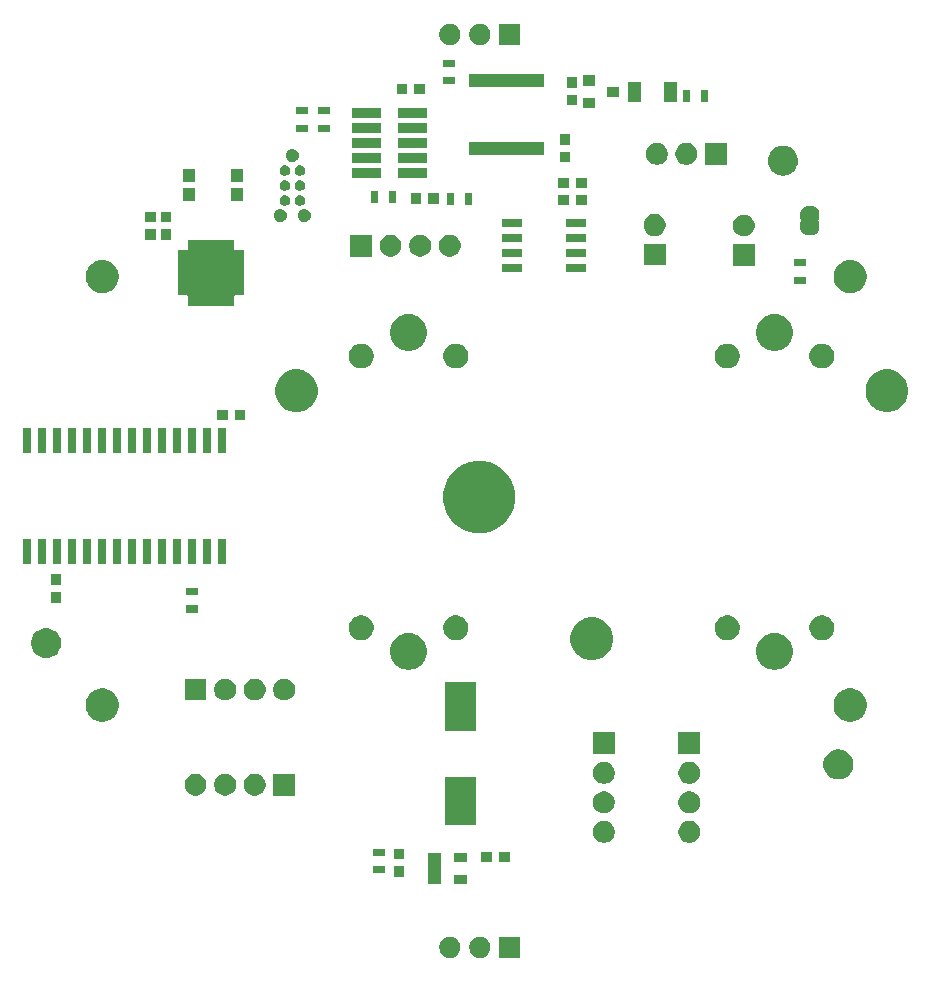
<source format=gbr>
G04 #@! TF.GenerationSoftware,KiCad,Pcbnew,(5.1.5)-3*
G04 #@! TF.CreationDate,2020-06-25T10:39:46+02:00*
G04 #@! TF.ProjectId,StepperClockK02,53746570-7065-4724-936c-6f636b4b3032,v1.0*
G04 #@! TF.SameCoordinates,Original*
G04 #@! TF.FileFunction,Soldermask,Top*
G04 #@! TF.FilePolarity,Negative*
%FSLAX46Y46*%
G04 Gerber Fmt 4.6, Leading zero omitted, Abs format (unit mm)*
G04 Created by KiCad (PCBNEW (5.1.5)-3) date 2020-06-25 10:39:46*
%MOMM*%
%LPD*%
G04 APERTURE LIST*
%ADD10C,0.100000*%
G04 APERTURE END LIST*
D10*
G36*
X104278800Y-182451740D02*
G01*
X102476800Y-182451740D01*
X102476800Y-180649740D01*
X104278800Y-180649740D01*
X104278800Y-182451740D01*
G37*
G36*
X100951312Y-180654667D02*
G01*
X101100612Y-180684364D01*
X101264584Y-180752284D01*
X101412154Y-180850887D01*
X101537653Y-180976386D01*
X101636256Y-181123956D01*
X101704176Y-181287928D01*
X101738800Y-181461999D01*
X101738800Y-181639481D01*
X101704176Y-181813552D01*
X101636256Y-181977524D01*
X101537653Y-182125094D01*
X101412154Y-182250593D01*
X101264584Y-182349196D01*
X101100612Y-182417116D01*
X100951312Y-182446813D01*
X100926542Y-182451740D01*
X100749058Y-182451740D01*
X100724288Y-182446813D01*
X100574988Y-182417116D01*
X100411016Y-182349196D01*
X100263446Y-182250593D01*
X100137947Y-182125094D01*
X100039344Y-181977524D01*
X99971424Y-181813552D01*
X99936800Y-181639481D01*
X99936800Y-181461999D01*
X99971424Y-181287928D01*
X100039344Y-181123956D01*
X100137947Y-180976386D01*
X100263446Y-180850887D01*
X100411016Y-180752284D01*
X100574988Y-180684364D01*
X100724288Y-180654667D01*
X100749058Y-180649740D01*
X100926542Y-180649740D01*
X100951312Y-180654667D01*
G37*
G36*
X98411312Y-180654667D02*
G01*
X98560612Y-180684364D01*
X98724584Y-180752284D01*
X98872154Y-180850887D01*
X98997653Y-180976386D01*
X99096256Y-181123956D01*
X99164176Y-181287928D01*
X99198800Y-181461999D01*
X99198800Y-181639481D01*
X99164176Y-181813552D01*
X99096256Y-181977524D01*
X98997653Y-182125094D01*
X98872154Y-182250593D01*
X98724584Y-182349196D01*
X98560612Y-182417116D01*
X98411312Y-182446813D01*
X98386542Y-182451740D01*
X98209058Y-182451740D01*
X98184288Y-182446813D01*
X98034988Y-182417116D01*
X97871016Y-182349196D01*
X97723446Y-182250593D01*
X97597947Y-182125094D01*
X97499344Y-181977524D01*
X97431424Y-181813552D01*
X97396800Y-181639481D01*
X97396800Y-181461999D01*
X97431424Y-181287928D01*
X97499344Y-181123956D01*
X97597947Y-180976386D01*
X97723446Y-180850887D01*
X97871016Y-180752284D01*
X98034988Y-180684364D01*
X98184288Y-180654667D01*
X98209058Y-180649740D01*
X98386542Y-180649740D01*
X98411312Y-180654667D01*
G37*
G36*
X97586800Y-176216740D02*
G01*
X96424800Y-176216740D01*
X96424800Y-173564740D01*
X97586800Y-173564740D01*
X97586800Y-176216740D01*
G37*
G36*
X99786800Y-176216740D02*
G01*
X98624800Y-176216740D01*
X98624800Y-175464740D01*
X99786800Y-175464740D01*
X99786800Y-176216740D01*
G37*
G36*
X94401800Y-175591740D02*
G01*
X93549800Y-175591740D01*
X93549800Y-174689740D01*
X94401800Y-174689740D01*
X94401800Y-175591740D01*
G37*
G36*
X92786800Y-175291740D02*
G01*
X91784800Y-175291740D01*
X91784800Y-174689740D01*
X92786800Y-174689740D01*
X92786800Y-175291740D01*
G37*
G36*
X101876800Y-174336740D02*
G01*
X100974800Y-174336740D01*
X100974800Y-173484740D01*
X101876800Y-173484740D01*
X101876800Y-174336740D01*
G37*
G36*
X103376800Y-174336740D02*
G01*
X102474800Y-174336740D01*
X102474800Y-173484740D01*
X103376800Y-173484740D01*
X103376800Y-174336740D01*
G37*
G36*
X99786800Y-174316740D02*
G01*
X98624800Y-174316740D01*
X98624800Y-173564740D01*
X99786800Y-173564740D01*
X99786800Y-174316740D01*
G37*
G36*
X94401800Y-174091740D02*
G01*
X93549800Y-174091740D01*
X93549800Y-173189740D01*
X94401800Y-173189740D01*
X94401800Y-174091740D01*
G37*
G36*
X92786800Y-173791740D02*
G01*
X91784800Y-173791740D01*
X91784800Y-173189740D01*
X92786800Y-173189740D01*
X92786800Y-173791740D01*
G37*
G36*
X118845904Y-170880325D02*
G01*
X119014426Y-170950129D01*
X119166091Y-171051468D01*
X119295072Y-171180449D01*
X119396411Y-171332114D01*
X119466215Y-171500636D01*
X119501800Y-171679537D01*
X119501800Y-171861943D01*
X119466215Y-172040844D01*
X119396411Y-172209366D01*
X119295072Y-172361031D01*
X119166091Y-172490012D01*
X119014426Y-172591351D01*
X118845904Y-172661155D01*
X118667003Y-172696740D01*
X118484597Y-172696740D01*
X118305696Y-172661155D01*
X118137174Y-172591351D01*
X117985509Y-172490012D01*
X117856528Y-172361031D01*
X117755189Y-172209366D01*
X117685385Y-172040844D01*
X117649800Y-171861943D01*
X117649800Y-171679537D01*
X117685385Y-171500636D01*
X117755189Y-171332114D01*
X117856528Y-171180449D01*
X117985509Y-171051468D01*
X118137174Y-170950129D01*
X118305696Y-170880325D01*
X118484597Y-170844740D01*
X118667003Y-170844740D01*
X118845904Y-170880325D01*
G37*
G36*
X111615904Y-170880325D02*
G01*
X111784426Y-170950129D01*
X111936091Y-171051468D01*
X112065072Y-171180449D01*
X112166411Y-171332114D01*
X112236215Y-171500636D01*
X112271800Y-171679537D01*
X112271800Y-171861943D01*
X112236215Y-172040844D01*
X112166411Y-172209366D01*
X112065072Y-172361031D01*
X111936091Y-172490012D01*
X111784426Y-172591351D01*
X111615904Y-172661155D01*
X111437003Y-172696740D01*
X111254597Y-172696740D01*
X111075696Y-172661155D01*
X110907174Y-172591351D01*
X110755509Y-172490012D01*
X110626528Y-172361031D01*
X110525189Y-172209366D01*
X110455385Y-172040844D01*
X110419800Y-171861943D01*
X110419800Y-171679537D01*
X110455385Y-171500636D01*
X110525189Y-171332114D01*
X110626528Y-171180449D01*
X110755509Y-171051468D01*
X110907174Y-170950129D01*
X111075696Y-170880325D01*
X111254597Y-170844740D01*
X111437003Y-170844740D01*
X111615904Y-170880325D01*
G37*
G36*
X100496800Y-171211740D02*
G01*
X97894800Y-171211740D01*
X97894800Y-167109740D01*
X100496800Y-167109740D01*
X100496800Y-171211740D01*
G37*
G36*
X111615904Y-168380325D02*
G01*
X111784426Y-168450129D01*
X111936091Y-168551468D01*
X112065072Y-168680449D01*
X112166411Y-168832114D01*
X112236215Y-169000636D01*
X112271800Y-169179537D01*
X112271800Y-169361943D01*
X112236215Y-169540844D01*
X112166411Y-169709366D01*
X112065072Y-169861031D01*
X111936091Y-169990012D01*
X111784426Y-170091351D01*
X111615904Y-170161155D01*
X111437003Y-170196740D01*
X111254597Y-170196740D01*
X111075696Y-170161155D01*
X110907174Y-170091351D01*
X110755509Y-169990012D01*
X110626528Y-169861031D01*
X110525189Y-169709366D01*
X110455385Y-169540844D01*
X110419800Y-169361943D01*
X110419800Y-169179537D01*
X110455385Y-169000636D01*
X110525189Y-168832114D01*
X110626528Y-168680449D01*
X110755509Y-168551468D01*
X110907174Y-168450129D01*
X111075696Y-168380325D01*
X111254597Y-168344740D01*
X111437003Y-168344740D01*
X111615904Y-168380325D01*
G37*
G36*
X118845904Y-168380325D02*
G01*
X119014426Y-168450129D01*
X119166091Y-168551468D01*
X119295072Y-168680449D01*
X119396411Y-168832114D01*
X119466215Y-169000636D01*
X119501800Y-169179537D01*
X119501800Y-169361943D01*
X119466215Y-169540844D01*
X119396411Y-169709366D01*
X119295072Y-169861031D01*
X119166091Y-169990012D01*
X119014426Y-170091351D01*
X118845904Y-170161155D01*
X118667003Y-170196740D01*
X118484597Y-170196740D01*
X118305696Y-170161155D01*
X118137174Y-170091351D01*
X117985509Y-169990012D01*
X117856528Y-169861031D01*
X117755189Y-169709366D01*
X117685385Y-169540844D01*
X117649800Y-169361943D01*
X117649800Y-169179537D01*
X117685385Y-169000636D01*
X117755189Y-168832114D01*
X117856528Y-168680449D01*
X117985509Y-168551468D01*
X118137174Y-168450129D01*
X118305696Y-168380325D01*
X118484597Y-168344740D01*
X118667003Y-168344740D01*
X118845904Y-168380325D01*
G37*
G36*
X82035904Y-166880325D02*
G01*
X82204426Y-166950129D01*
X82356091Y-167051468D01*
X82485072Y-167180449D01*
X82586411Y-167332114D01*
X82656215Y-167500636D01*
X82691800Y-167679537D01*
X82691800Y-167861943D01*
X82656215Y-168040844D01*
X82586411Y-168209366D01*
X82485072Y-168361031D01*
X82356091Y-168490012D01*
X82204426Y-168591351D01*
X82035904Y-168661155D01*
X81857003Y-168696740D01*
X81674597Y-168696740D01*
X81495696Y-168661155D01*
X81327174Y-168591351D01*
X81175509Y-168490012D01*
X81046528Y-168361031D01*
X80945189Y-168209366D01*
X80875385Y-168040844D01*
X80839800Y-167861943D01*
X80839800Y-167679537D01*
X80875385Y-167500636D01*
X80945189Y-167332114D01*
X81046528Y-167180449D01*
X81175509Y-167051468D01*
X81327174Y-166950129D01*
X81495696Y-166880325D01*
X81674597Y-166844740D01*
X81857003Y-166844740D01*
X82035904Y-166880325D01*
G37*
G36*
X79535904Y-166880325D02*
G01*
X79704426Y-166950129D01*
X79856091Y-167051468D01*
X79985072Y-167180449D01*
X80086411Y-167332114D01*
X80156215Y-167500636D01*
X80191800Y-167679537D01*
X80191800Y-167861943D01*
X80156215Y-168040844D01*
X80086411Y-168209366D01*
X79985072Y-168361031D01*
X79856091Y-168490012D01*
X79704426Y-168591351D01*
X79535904Y-168661155D01*
X79357003Y-168696740D01*
X79174597Y-168696740D01*
X78995696Y-168661155D01*
X78827174Y-168591351D01*
X78675509Y-168490012D01*
X78546528Y-168361031D01*
X78445189Y-168209366D01*
X78375385Y-168040844D01*
X78339800Y-167861943D01*
X78339800Y-167679537D01*
X78375385Y-167500636D01*
X78445189Y-167332114D01*
X78546528Y-167180449D01*
X78675509Y-167051468D01*
X78827174Y-166950129D01*
X78995696Y-166880325D01*
X79174597Y-166844740D01*
X79357003Y-166844740D01*
X79535904Y-166880325D01*
G37*
G36*
X77035904Y-166880325D02*
G01*
X77204426Y-166950129D01*
X77356091Y-167051468D01*
X77485072Y-167180449D01*
X77586411Y-167332114D01*
X77656215Y-167500636D01*
X77691800Y-167679537D01*
X77691800Y-167861943D01*
X77656215Y-168040844D01*
X77586411Y-168209366D01*
X77485072Y-168361031D01*
X77356091Y-168490012D01*
X77204426Y-168591351D01*
X77035904Y-168661155D01*
X76857003Y-168696740D01*
X76674597Y-168696740D01*
X76495696Y-168661155D01*
X76327174Y-168591351D01*
X76175509Y-168490012D01*
X76046528Y-168361031D01*
X75945189Y-168209366D01*
X75875385Y-168040844D01*
X75839800Y-167861943D01*
X75839800Y-167679537D01*
X75875385Y-167500636D01*
X75945189Y-167332114D01*
X76046528Y-167180449D01*
X76175509Y-167051468D01*
X76327174Y-166950129D01*
X76495696Y-166880325D01*
X76674597Y-166844740D01*
X76857003Y-166844740D01*
X77035904Y-166880325D01*
G37*
G36*
X85191800Y-168696740D02*
G01*
X83339800Y-168696740D01*
X83339800Y-166844740D01*
X85191800Y-166844740D01*
X85191800Y-168696740D01*
G37*
G36*
X118845904Y-165880325D02*
G01*
X119014426Y-165950129D01*
X119166091Y-166051468D01*
X119295072Y-166180449D01*
X119396411Y-166332114D01*
X119466215Y-166500636D01*
X119501800Y-166679537D01*
X119501800Y-166861943D01*
X119466215Y-167040844D01*
X119396411Y-167209366D01*
X119295072Y-167361031D01*
X119166091Y-167490012D01*
X119014426Y-167591351D01*
X118845904Y-167661155D01*
X118667003Y-167696740D01*
X118484597Y-167696740D01*
X118305696Y-167661155D01*
X118137174Y-167591351D01*
X117985509Y-167490012D01*
X117856528Y-167361031D01*
X117755189Y-167209366D01*
X117685385Y-167040844D01*
X117649800Y-166861943D01*
X117649800Y-166679537D01*
X117685385Y-166500636D01*
X117755189Y-166332114D01*
X117856528Y-166180449D01*
X117985509Y-166051468D01*
X118137174Y-165950129D01*
X118305696Y-165880325D01*
X118484597Y-165844740D01*
X118667003Y-165844740D01*
X118845904Y-165880325D01*
G37*
G36*
X111615904Y-165880325D02*
G01*
X111784426Y-165950129D01*
X111936091Y-166051468D01*
X112065072Y-166180449D01*
X112166411Y-166332114D01*
X112236215Y-166500636D01*
X112271800Y-166679537D01*
X112271800Y-166861943D01*
X112236215Y-167040844D01*
X112166411Y-167209366D01*
X112065072Y-167361031D01*
X111936091Y-167490012D01*
X111784426Y-167591351D01*
X111615904Y-167661155D01*
X111437003Y-167696740D01*
X111254597Y-167696740D01*
X111075696Y-167661155D01*
X110907174Y-167591351D01*
X110755509Y-167490012D01*
X110626528Y-167361031D01*
X110525189Y-167209366D01*
X110455385Y-167040844D01*
X110419800Y-166861943D01*
X110419800Y-166679537D01*
X110455385Y-166500636D01*
X110525189Y-166332114D01*
X110626528Y-166180449D01*
X110755509Y-166051468D01*
X110907174Y-165950129D01*
X111075696Y-165880325D01*
X111254597Y-165844740D01*
X111437003Y-165844740D01*
X111615904Y-165880325D01*
G37*
G36*
X131433564Y-164805142D02*
G01*
X131556245Y-164829545D01*
X131787371Y-164925281D01*
X131892079Y-164995245D01*
X131995377Y-165064266D01*
X132172274Y-165241163D01*
X132311260Y-165449171D01*
X132406995Y-165680296D01*
X132455800Y-165925655D01*
X132455800Y-166175825D01*
X132406995Y-166421184D01*
X132311260Y-166652309D01*
X132172274Y-166860317D01*
X131995377Y-167037214D01*
X131892079Y-167106235D01*
X131787371Y-167176199D01*
X131787370Y-167176200D01*
X131787369Y-167176200D01*
X131719675Y-167204240D01*
X131556245Y-167271935D01*
X131433565Y-167296337D01*
X131310885Y-167320740D01*
X131060715Y-167320740D01*
X130938035Y-167296337D01*
X130815355Y-167271935D01*
X130651925Y-167204240D01*
X130584231Y-167176200D01*
X130584230Y-167176200D01*
X130584229Y-167176199D01*
X130479521Y-167106235D01*
X130376223Y-167037214D01*
X130199326Y-166860317D01*
X130060340Y-166652309D01*
X129964605Y-166421184D01*
X129915800Y-166175825D01*
X129915800Y-165925655D01*
X129964605Y-165680296D01*
X130060340Y-165449171D01*
X130199326Y-165241163D01*
X130376223Y-165064266D01*
X130479521Y-164995245D01*
X130584229Y-164925281D01*
X130815355Y-164829545D01*
X130938036Y-164805142D01*
X131060715Y-164780740D01*
X131310885Y-164780740D01*
X131433564Y-164805142D01*
G37*
G36*
X119501800Y-165196740D02*
G01*
X117649800Y-165196740D01*
X117649800Y-163344740D01*
X119501800Y-163344740D01*
X119501800Y-165196740D01*
G37*
G36*
X112271800Y-165196740D02*
G01*
X110419800Y-165196740D01*
X110419800Y-163344740D01*
X112271800Y-163344740D01*
X112271800Y-165196740D01*
G37*
G36*
X100496800Y-163211740D02*
G01*
X97894800Y-163211740D01*
X97894800Y-159109740D01*
X100496800Y-159109740D01*
X100496800Y-163211740D01*
G37*
G36*
X132504233Y-159665633D02*
G01*
X132594457Y-159683579D01*
X132700067Y-159727325D01*
X132849421Y-159789189D01*
X132925563Y-159840065D01*
X133078886Y-159942512D01*
X133274028Y-160137654D01*
X133288535Y-160159366D01*
X133427351Y-160367119D01*
X133457544Y-160440011D01*
X133532961Y-160622083D01*
X133550907Y-160712307D01*
X133586800Y-160892752D01*
X133586800Y-161168728D01*
X133532961Y-161439396D01*
X133427351Y-161694361D01*
X133427350Y-161694362D01*
X133274028Y-161923826D01*
X133078886Y-162118968D01*
X132925563Y-162221415D01*
X132849421Y-162272291D01*
X132700067Y-162334155D01*
X132594457Y-162377901D01*
X132504233Y-162395847D01*
X132323788Y-162431740D01*
X132047812Y-162431740D01*
X131867367Y-162395847D01*
X131777143Y-162377901D01*
X131671533Y-162334155D01*
X131522179Y-162272291D01*
X131446037Y-162221415D01*
X131292714Y-162118968D01*
X131097572Y-161923826D01*
X130944250Y-161694362D01*
X130944249Y-161694361D01*
X130838639Y-161439396D01*
X130784800Y-161168728D01*
X130784800Y-160892752D01*
X130820693Y-160712307D01*
X130838639Y-160622083D01*
X130914056Y-160440011D01*
X130944249Y-160367119D01*
X131083065Y-160159366D01*
X131097572Y-160137654D01*
X131292714Y-159942512D01*
X131446037Y-159840065D01*
X131522179Y-159789189D01*
X131671533Y-159727325D01*
X131777143Y-159683579D01*
X131867367Y-159665633D01*
X132047812Y-159629740D01*
X132323788Y-159629740D01*
X132504233Y-159665633D01*
G37*
G36*
X69184233Y-159665633D02*
G01*
X69274457Y-159683579D01*
X69380067Y-159727325D01*
X69529421Y-159789189D01*
X69605563Y-159840065D01*
X69758886Y-159942512D01*
X69954028Y-160137654D01*
X69968535Y-160159366D01*
X70107351Y-160367119D01*
X70137544Y-160440011D01*
X70212961Y-160622083D01*
X70230907Y-160712307D01*
X70266800Y-160892752D01*
X70266800Y-161168728D01*
X70212961Y-161439396D01*
X70107351Y-161694361D01*
X70107350Y-161694362D01*
X69954028Y-161923826D01*
X69758886Y-162118968D01*
X69605563Y-162221415D01*
X69529421Y-162272291D01*
X69380067Y-162334155D01*
X69274457Y-162377901D01*
X69184233Y-162395847D01*
X69003788Y-162431740D01*
X68727812Y-162431740D01*
X68547367Y-162395847D01*
X68457143Y-162377901D01*
X68351533Y-162334155D01*
X68202179Y-162272291D01*
X68126037Y-162221415D01*
X67972714Y-162118968D01*
X67777572Y-161923826D01*
X67624250Y-161694362D01*
X67624249Y-161694361D01*
X67518639Y-161439396D01*
X67464800Y-161168728D01*
X67464800Y-160892752D01*
X67500693Y-160712307D01*
X67518639Y-160622083D01*
X67594056Y-160440011D01*
X67624249Y-160367119D01*
X67763065Y-160159366D01*
X67777572Y-160137654D01*
X67972714Y-159942512D01*
X68126037Y-159840065D01*
X68202179Y-159789189D01*
X68351533Y-159727325D01*
X68457143Y-159683579D01*
X68547367Y-159665633D01*
X68727812Y-159629740D01*
X69003788Y-159629740D01*
X69184233Y-159665633D01*
G37*
G36*
X77691800Y-160646740D02*
G01*
X75839800Y-160646740D01*
X75839800Y-158794740D01*
X77691800Y-158794740D01*
X77691800Y-160646740D01*
G37*
G36*
X84535904Y-158830325D02*
G01*
X84704426Y-158900129D01*
X84856091Y-159001468D01*
X84985072Y-159130449D01*
X85086411Y-159282114D01*
X85156215Y-159450636D01*
X85191800Y-159629537D01*
X85191800Y-159811943D01*
X85156215Y-159990844D01*
X85086411Y-160159366D01*
X84985072Y-160311031D01*
X84856091Y-160440012D01*
X84704426Y-160541351D01*
X84535904Y-160611155D01*
X84357003Y-160646740D01*
X84174597Y-160646740D01*
X83995696Y-160611155D01*
X83827174Y-160541351D01*
X83675509Y-160440012D01*
X83546528Y-160311031D01*
X83445189Y-160159366D01*
X83375385Y-159990844D01*
X83339800Y-159811943D01*
X83339800Y-159629537D01*
X83375385Y-159450636D01*
X83445189Y-159282114D01*
X83546528Y-159130449D01*
X83675509Y-159001468D01*
X83827174Y-158900129D01*
X83995696Y-158830325D01*
X84174597Y-158794740D01*
X84357003Y-158794740D01*
X84535904Y-158830325D01*
G37*
G36*
X82035904Y-158830325D02*
G01*
X82204426Y-158900129D01*
X82356091Y-159001468D01*
X82485072Y-159130449D01*
X82586411Y-159282114D01*
X82656215Y-159450636D01*
X82691800Y-159629537D01*
X82691800Y-159811943D01*
X82656215Y-159990844D01*
X82586411Y-160159366D01*
X82485072Y-160311031D01*
X82356091Y-160440012D01*
X82204426Y-160541351D01*
X82035904Y-160611155D01*
X81857003Y-160646740D01*
X81674597Y-160646740D01*
X81495696Y-160611155D01*
X81327174Y-160541351D01*
X81175509Y-160440012D01*
X81046528Y-160311031D01*
X80945189Y-160159366D01*
X80875385Y-159990844D01*
X80839800Y-159811943D01*
X80839800Y-159629537D01*
X80875385Y-159450636D01*
X80945189Y-159282114D01*
X81046528Y-159130449D01*
X81175509Y-159001468D01*
X81327174Y-158900129D01*
X81495696Y-158830325D01*
X81674597Y-158794740D01*
X81857003Y-158794740D01*
X82035904Y-158830325D01*
G37*
G36*
X79535904Y-158830325D02*
G01*
X79704426Y-158900129D01*
X79856091Y-159001468D01*
X79985072Y-159130449D01*
X80086411Y-159282114D01*
X80156215Y-159450636D01*
X80191800Y-159629537D01*
X80191800Y-159811943D01*
X80156215Y-159990844D01*
X80086411Y-160159366D01*
X79985072Y-160311031D01*
X79856091Y-160440012D01*
X79704426Y-160541351D01*
X79535904Y-160611155D01*
X79357003Y-160646740D01*
X79174597Y-160646740D01*
X78995696Y-160611155D01*
X78827174Y-160541351D01*
X78675509Y-160440012D01*
X78546528Y-160311031D01*
X78445189Y-160159366D01*
X78375385Y-159990844D01*
X78339800Y-159811943D01*
X78339800Y-159629537D01*
X78375385Y-159450636D01*
X78445189Y-159282114D01*
X78546528Y-159130449D01*
X78675509Y-159001468D01*
X78827174Y-158900129D01*
X78995696Y-158830325D01*
X79174597Y-158794740D01*
X79357003Y-158794740D01*
X79535904Y-158830325D01*
G37*
G36*
X126098385Y-154959542D02*
G01*
X126248210Y-154989344D01*
X126530474Y-155106261D01*
X126784505Y-155275999D01*
X127000541Y-155492035D01*
X127170279Y-155746066D01*
X127287196Y-156028330D01*
X127346800Y-156327980D01*
X127346800Y-156633500D01*
X127287196Y-156933150D01*
X127170279Y-157215414D01*
X127000541Y-157469445D01*
X126784505Y-157685481D01*
X126530474Y-157855219D01*
X126248210Y-157972136D01*
X126098385Y-158001938D01*
X125948561Y-158031740D01*
X125643039Y-158031740D01*
X125493215Y-158001938D01*
X125343390Y-157972136D01*
X125061126Y-157855219D01*
X124807095Y-157685481D01*
X124591059Y-157469445D01*
X124421321Y-157215414D01*
X124304404Y-156933150D01*
X124244800Y-156633500D01*
X124244800Y-156327980D01*
X124304404Y-156028330D01*
X124421321Y-155746066D01*
X124591059Y-155492035D01*
X124807095Y-155275999D01*
X125061126Y-155106261D01*
X125343390Y-154989344D01*
X125493215Y-154959542D01*
X125643039Y-154929740D01*
X125948561Y-154929740D01*
X126098385Y-154959542D01*
G37*
G36*
X95098385Y-154959542D02*
G01*
X95248210Y-154989344D01*
X95530474Y-155106261D01*
X95784505Y-155275999D01*
X96000541Y-155492035D01*
X96170279Y-155746066D01*
X96287196Y-156028330D01*
X96346800Y-156327980D01*
X96346800Y-156633500D01*
X96287196Y-156933150D01*
X96170279Y-157215414D01*
X96000541Y-157469445D01*
X95784505Y-157685481D01*
X95530474Y-157855219D01*
X95248210Y-157972136D01*
X95098385Y-158001938D01*
X94948561Y-158031740D01*
X94643039Y-158031740D01*
X94493215Y-158001938D01*
X94343390Y-157972136D01*
X94061126Y-157855219D01*
X93807095Y-157685481D01*
X93591059Y-157469445D01*
X93421321Y-157215414D01*
X93304404Y-156933150D01*
X93244800Y-156633500D01*
X93244800Y-156327980D01*
X93304404Y-156028330D01*
X93421321Y-155746066D01*
X93591059Y-155492035D01*
X93807095Y-155275999D01*
X94061126Y-155106261D01*
X94343390Y-154989344D01*
X94493215Y-154959542D01*
X94643039Y-154929740D01*
X94948561Y-154929740D01*
X95098385Y-154959542D01*
G37*
G36*
X110831131Y-153688951D02*
G01*
X111158892Y-153824714D01*
X111453870Y-154021812D01*
X111704728Y-154272670D01*
X111901826Y-154567648D01*
X112037589Y-154895409D01*
X112106800Y-155243356D01*
X112106800Y-155598124D01*
X112037589Y-155946071D01*
X111901826Y-156273832D01*
X111704728Y-156568810D01*
X111453870Y-156819668D01*
X111158892Y-157016766D01*
X110831131Y-157152529D01*
X110483184Y-157221740D01*
X110128416Y-157221740D01*
X109780469Y-157152529D01*
X109452708Y-157016766D01*
X109157730Y-156819668D01*
X108906872Y-156568810D01*
X108709774Y-156273832D01*
X108574011Y-155946071D01*
X108504800Y-155598124D01*
X108504800Y-155243356D01*
X108574011Y-154895409D01*
X108709774Y-154567648D01*
X108906872Y-154272670D01*
X109157730Y-154021812D01*
X109452708Y-153824714D01*
X109780469Y-153688951D01*
X110128416Y-153619740D01*
X110483184Y-153619740D01*
X110831131Y-153688951D01*
G37*
G36*
X64363564Y-154535142D02*
G01*
X64486245Y-154559545D01*
X64717371Y-154655281D01*
X64822079Y-154725245D01*
X64925377Y-154794266D01*
X65102274Y-154971163D01*
X65241260Y-155179171D01*
X65336995Y-155410296D01*
X65385800Y-155655655D01*
X65385800Y-155905825D01*
X65377794Y-155946072D01*
X65336995Y-156151185D01*
X65241259Y-156382311D01*
X65102273Y-156590318D01*
X64925378Y-156767213D01*
X64717371Y-156906199D01*
X64486245Y-157001935D01*
X64411689Y-157016765D01*
X64240885Y-157050740D01*
X63990715Y-157050740D01*
X63819911Y-157016765D01*
X63745355Y-157001935D01*
X63514229Y-156906199D01*
X63306222Y-156767213D01*
X63129327Y-156590318D01*
X62990341Y-156382311D01*
X62894605Y-156151185D01*
X62853806Y-155946072D01*
X62845800Y-155905825D01*
X62845800Y-155655655D01*
X62894605Y-155410296D01*
X62990340Y-155179171D01*
X63129326Y-154971163D01*
X63306223Y-154794266D01*
X63409521Y-154725245D01*
X63514229Y-154655281D01*
X63745355Y-154559545D01*
X63868036Y-154535142D01*
X63990715Y-154510740D01*
X64240885Y-154510740D01*
X64363564Y-154535142D01*
G37*
G36*
X130102364Y-153470129D02*
G01*
X130293633Y-153549355D01*
X130293635Y-153549356D01*
X130398972Y-153619740D01*
X130465773Y-153664375D01*
X130612165Y-153810767D01*
X130727185Y-153982907D01*
X130806411Y-154174176D01*
X130846800Y-154377224D01*
X130846800Y-154584256D01*
X130806411Y-154787304D01*
X130747412Y-154929740D01*
X130727184Y-154978575D01*
X130612165Y-155150713D01*
X130465773Y-155297105D01*
X130293635Y-155412124D01*
X130293634Y-155412125D01*
X130293633Y-155412125D01*
X130102364Y-155491351D01*
X129899316Y-155531740D01*
X129692284Y-155531740D01*
X129489236Y-155491351D01*
X129297967Y-155412125D01*
X129297966Y-155412125D01*
X129297965Y-155412124D01*
X129125827Y-155297105D01*
X128979435Y-155150713D01*
X128864416Y-154978575D01*
X128844188Y-154929740D01*
X128785189Y-154787304D01*
X128744800Y-154584256D01*
X128744800Y-154377224D01*
X128785189Y-154174176D01*
X128864415Y-153982907D01*
X128979435Y-153810767D01*
X129125827Y-153664375D01*
X129192628Y-153619740D01*
X129297965Y-153549356D01*
X129297967Y-153549355D01*
X129489236Y-153470129D01*
X129692284Y-153429740D01*
X129899316Y-153429740D01*
X130102364Y-153470129D01*
G37*
G36*
X122102364Y-153470129D02*
G01*
X122293633Y-153549355D01*
X122293635Y-153549356D01*
X122398972Y-153619740D01*
X122465773Y-153664375D01*
X122612165Y-153810767D01*
X122727185Y-153982907D01*
X122806411Y-154174176D01*
X122846800Y-154377224D01*
X122846800Y-154584256D01*
X122806411Y-154787304D01*
X122747412Y-154929740D01*
X122727184Y-154978575D01*
X122612165Y-155150713D01*
X122465773Y-155297105D01*
X122293635Y-155412124D01*
X122293634Y-155412125D01*
X122293633Y-155412125D01*
X122102364Y-155491351D01*
X121899316Y-155531740D01*
X121692284Y-155531740D01*
X121489236Y-155491351D01*
X121297967Y-155412125D01*
X121297966Y-155412125D01*
X121297965Y-155412124D01*
X121125827Y-155297105D01*
X120979435Y-155150713D01*
X120864416Y-154978575D01*
X120844188Y-154929740D01*
X120785189Y-154787304D01*
X120744800Y-154584256D01*
X120744800Y-154377224D01*
X120785189Y-154174176D01*
X120864415Y-153982907D01*
X120979435Y-153810767D01*
X121125827Y-153664375D01*
X121192628Y-153619740D01*
X121297965Y-153549356D01*
X121297967Y-153549355D01*
X121489236Y-153470129D01*
X121692284Y-153429740D01*
X121899316Y-153429740D01*
X122102364Y-153470129D01*
G37*
G36*
X99102364Y-153470129D02*
G01*
X99293633Y-153549355D01*
X99293635Y-153549356D01*
X99398972Y-153619740D01*
X99465773Y-153664375D01*
X99612165Y-153810767D01*
X99727185Y-153982907D01*
X99806411Y-154174176D01*
X99846800Y-154377224D01*
X99846800Y-154584256D01*
X99806411Y-154787304D01*
X99747412Y-154929740D01*
X99727184Y-154978575D01*
X99612165Y-155150713D01*
X99465773Y-155297105D01*
X99293635Y-155412124D01*
X99293634Y-155412125D01*
X99293633Y-155412125D01*
X99102364Y-155491351D01*
X98899316Y-155531740D01*
X98692284Y-155531740D01*
X98489236Y-155491351D01*
X98297967Y-155412125D01*
X98297966Y-155412125D01*
X98297965Y-155412124D01*
X98125827Y-155297105D01*
X97979435Y-155150713D01*
X97864416Y-154978575D01*
X97844188Y-154929740D01*
X97785189Y-154787304D01*
X97744800Y-154584256D01*
X97744800Y-154377224D01*
X97785189Y-154174176D01*
X97864415Y-153982907D01*
X97979435Y-153810767D01*
X98125827Y-153664375D01*
X98192628Y-153619740D01*
X98297965Y-153549356D01*
X98297967Y-153549355D01*
X98489236Y-153470129D01*
X98692284Y-153429740D01*
X98899316Y-153429740D01*
X99102364Y-153470129D01*
G37*
G36*
X91102364Y-153470129D02*
G01*
X91293633Y-153549355D01*
X91293635Y-153549356D01*
X91398972Y-153619740D01*
X91465773Y-153664375D01*
X91612165Y-153810767D01*
X91727185Y-153982907D01*
X91806411Y-154174176D01*
X91846800Y-154377224D01*
X91846800Y-154584256D01*
X91806411Y-154787304D01*
X91747412Y-154929740D01*
X91727184Y-154978575D01*
X91612165Y-155150713D01*
X91465773Y-155297105D01*
X91293635Y-155412124D01*
X91293634Y-155412125D01*
X91293633Y-155412125D01*
X91102364Y-155491351D01*
X90899316Y-155531740D01*
X90692284Y-155531740D01*
X90489236Y-155491351D01*
X90297967Y-155412125D01*
X90297966Y-155412125D01*
X90297965Y-155412124D01*
X90125827Y-155297105D01*
X89979435Y-155150713D01*
X89864416Y-154978575D01*
X89844188Y-154929740D01*
X89785189Y-154787304D01*
X89744800Y-154584256D01*
X89744800Y-154377224D01*
X89785189Y-154174176D01*
X89864415Y-153982907D01*
X89979435Y-153810767D01*
X90125827Y-153664375D01*
X90192628Y-153619740D01*
X90297965Y-153549356D01*
X90297967Y-153549355D01*
X90489236Y-153470129D01*
X90692284Y-153429740D01*
X90899316Y-153429740D01*
X91102364Y-153470129D01*
G37*
G36*
X76946800Y-153201740D02*
G01*
X75944800Y-153201740D01*
X75944800Y-152599740D01*
X76946800Y-152599740D01*
X76946800Y-153201740D01*
G37*
G36*
X65351800Y-152361740D02*
G01*
X64499800Y-152361740D01*
X64499800Y-151459740D01*
X65351800Y-151459740D01*
X65351800Y-152361740D01*
G37*
G36*
X76946800Y-151701740D02*
G01*
X75944800Y-151701740D01*
X75944800Y-151099740D01*
X76946800Y-151099740D01*
X76946800Y-151701740D01*
G37*
G36*
X65351800Y-150861740D02*
G01*
X64499800Y-150861740D01*
X64499800Y-149959740D01*
X65351800Y-149959740D01*
X65351800Y-150861740D01*
G37*
G36*
X71731800Y-149111740D02*
G01*
X71029800Y-149111740D01*
X71029800Y-147009740D01*
X71731800Y-147009740D01*
X71731800Y-149111740D01*
G37*
G36*
X79351800Y-149111740D02*
G01*
X78649800Y-149111740D01*
X78649800Y-147009740D01*
X79351800Y-147009740D01*
X79351800Y-149111740D01*
G37*
G36*
X62841800Y-149111740D02*
G01*
X62139800Y-149111740D01*
X62139800Y-147009740D01*
X62841800Y-147009740D01*
X62841800Y-149111740D01*
G37*
G36*
X64111800Y-149111740D02*
G01*
X63409800Y-149111740D01*
X63409800Y-147009740D01*
X64111800Y-147009740D01*
X64111800Y-149111740D01*
G37*
G36*
X65381800Y-149111740D02*
G01*
X64679800Y-149111740D01*
X64679800Y-147009740D01*
X65381800Y-147009740D01*
X65381800Y-149111740D01*
G37*
G36*
X66651800Y-149111740D02*
G01*
X65949800Y-149111740D01*
X65949800Y-147009740D01*
X66651800Y-147009740D01*
X66651800Y-149111740D01*
G37*
G36*
X67921800Y-149111740D02*
G01*
X67219800Y-149111740D01*
X67219800Y-147009740D01*
X67921800Y-147009740D01*
X67921800Y-149111740D01*
G37*
G36*
X69191800Y-149111740D02*
G01*
X68489800Y-149111740D01*
X68489800Y-147009740D01*
X69191800Y-147009740D01*
X69191800Y-149111740D01*
G37*
G36*
X70461800Y-149111740D02*
G01*
X69759800Y-149111740D01*
X69759800Y-147009740D01*
X70461800Y-147009740D01*
X70461800Y-149111740D01*
G37*
G36*
X73001800Y-149111740D02*
G01*
X72299800Y-149111740D01*
X72299800Y-147009740D01*
X73001800Y-147009740D01*
X73001800Y-149111740D01*
G37*
G36*
X74271800Y-149111740D02*
G01*
X73569800Y-149111740D01*
X73569800Y-147009740D01*
X74271800Y-147009740D01*
X74271800Y-149111740D01*
G37*
G36*
X75541800Y-149111740D02*
G01*
X74839800Y-149111740D01*
X74839800Y-147009740D01*
X75541800Y-147009740D01*
X75541800Y-149111740D01*
G37*
G36*
X76811800Y-149111740D02*
G01*
X76109800Y-149111740D01*
X76109800Y-147009740D01*
X76811800Y-147009740D01*
X76811800Y-149111740D01*
G37*
G36*
X78081800Y-149111740D02*
G01*
X77379800Y-149111740D01*
X77379800Y-147009740D01*
X78081800Y-147009740D01*
X78081800Y-149111740D01*
G37*
G36*
X101685743Y-140486988D02*
G01*
X102240989Y-140716978D01*
X102240990Y-140716979D01*
X102740699Y-141050874D01*
X103165666Y-141475841D01*
X103165667Y-141475843D01*
X103499562Y-141975551D01*
X103729552Y-142530797D01*
X103846800Y-143120241D01*
X103846800Y-143721239D01*
X103729552Y-144310683D01*
X103499562Y-144865929D01*
X103499561Y-144865930D01*
X103165666Y-145365639D01*
X102740699Y-145790606D01*
X102489147Y-145958688D01*
X102240989Y-146124502D01*
X101685743Y-146354492D01*
X101096299Y-146471740D01*
X100495301Y-146471740D01*
X99905857Y-146354492D01*
X99350611Y-146124502D01*
X99102453Y-145958688D01*
X98850901Y-145790606D01*
X98425934Y-145365639D01*
X98092039Y-144865930D01*
X98092038Y-144865929D01*
X97862048Y-144310683D01*
X97744800Y-143721239D01*
X97744800Y-143120241D01*
X97862048Y-142530797D01*
X98092038Y-141975551D01*
X98425933Y-141475843D01*
X98425934Y-141475841D01*
X98850901Y-141050874D01*
X99350610Y-140716979D01*
X99350611Y-140716978D01*
X99905857Y-140486988D01*
X100495301Y-140369740D01*
X101096299Y-140369740D01*
X101685743Y-140486988D01*
G37*
G36*
X64111800Y-139711740D02*
G01*
X63409800Y-139711740D01*
X63409800Y-137609740D01*
X64111800Y-137609740D01*
X64111800Y-139711740D01*
G37*
G36*
X62841800Y-139711740D02*
G01*
X62139800Y-139711740D01*
X62139800Y-137609740D01*
X62841800Y-137609740D01*
X62841800Y-139711740D01*
G37*
G36*
X66651800Y-139711740D02*
G01*
X65949800Y-139711740D01*
X65949800Y-137609740D01*
X66651800Y-137609740D01*
X66651800Y-139711740D01*
G37*
G36*
X67921800Y-139711740D02*
G01*
X67219800Y-139711740D01*
X67219800Y-137609740D01*
X67921800Y-137609740D01*
X67921800Y-139711740D01*
G37*
G36*
X69191800Y-139711740D02*
G01*
X68489800Y-139711740D01*
X68489800Y-137609740D01*
X69191800Y-137609740D01*
X69191800Y-139711740D01*
G37*
G36*
X74271800Y-139711740D02*
G01*
X73569800Y-139711740D01*
X73569800Y-137609740D01*
X74271800Y-137609740D01*
X74271800Y-139711740D01*
G37*
G36*
X70461800Y-139711740D02*
G01*
X69759800Y-139711740D01*
X69759800Y-137609740D01*
X70461800Y-137609740D01*
X70461800Y-139711740D01*
G37*
G36*
X73001800Y-139711740D02*
G01*
X72299800Y-139711740D01*
X72299800Y-137609740D01*
X73001800Y-137609740D01*
X73001800Y-139711740D01*
G37*
G36*
X75541800Y-139711740D02*
G01*
X74839800Y-139711740D01*
X74839800Y-137609740D01*
X75541800Y-137609740D01*
X75541800Y-139711740D01*
G37*
G36*
X76811800Y-139711740D02*
G01*
X76109800Y-139711740D01*
X76109800Y-137609740D01*
X76811800Y-137609740D01*
X76811800Y-139711740D01*
G37*
G36*
X78081800Y-139711740D02*
G01*
X77379800Y-139711740D01*
X77379800Y-137609740D01*
X78081800Y-137609740D01*
X78081800Y-139711740D01*
G37*
G36*
X79351800Y-139711740D02*
G01*
X78649800Y-139711740D01*
X78649800Y-137609740D01*
X79351800Y-137609740D01*
X79351800Y-139711740D01*
G37*
G36*
X65381800Y-139711740D02*
G01*
X64679800Y-139711740D01*
X64679800Y-137609740D01*
X65381800Y-137609740D01*
X65381800Y-139711740D01*
G37*
G36*
X71731800Y-139711740D02*
G01*
X71029800Y-139711740D01*
X71029800Y-137609740D01*
X71731800Y-137609740D01*
X71731800Y-139711740D01*
G37*
G36*
X80986800Y-136896740D02*
G01*
X80084800Y-136896740D01*
X80084800Y-136044740D01*
X80986800Y-136044740D01*
X80986800Y-136896740D01*
G37*
G36*
X79486800Y-136896740D02*
G01*
X78584800Y-136896740D01*
X78584800Y-136044740D01*
X79486800Y-136044740D01*
X79486800Y-136896740D01*
G37*
G36*
X135831131Y-132688951D02*
G01*
X136158892Y-132824714D01*
X136453870Y-133021812D01*
X136704728Y-133272670D01*
X136901826Y-133567648D01*
X137037589Y-133895409D01*
X137106800Y-134243356D01*
X137106800Y-134598124D01*
X137037589Y-134946071D01*
X136901826Y-135273832D01*
X136704728Y-135568810D01*
X136453870Y-135819668D01*
X136158892Y-136016766D01*
X135831131Y-136152529D01*
X135483184Y-136221740D01*
X135128416Y-136221740D01*
X134780469Y-136152529D01*
X134452708Y-136016766D01*
X134157730Y-135819668D01*
X133906872Y-135568810D01*
X133709774Y-135273832D01*
X133574011Y-134946071D01*
X133504800Y-134598124D01*
X133504800Y-134243356D01*
X133574011Y-133895409D01*
X133709774Y-133567648D01*
X133906872Y-133272670D01*
X134157730Y-133021812D01*
X134452708Y-132824714D01*
X134780469Y-132688951D01*
X135128416Y-132619740D01*
X135483184Y-132619740D01*
X135831131Y-132688951D01*
G37*
G36*
X85831131Y-132688951D02*
G01*
X86158892Y-132824714D01*
X86453870Y-133021812D01*
X86704728Y-133272670D01*
X86901826Y-133567648D01*
X87037589Y-133895409D01*
X87106800Y-134243356D01*
X87106800Y-134598124D01*
X87037589Y-134946071D01*
X86901826Y-135273832D01*
X86704728Y-135568810D01*
X86453870Y-135819668D01*
X86158892Y-136016766D01*
X85831131Y-136152529D01*
X85483184Y-136221740D01*
X85128416Y-136221740D01*
X84780469Y-136152529D01*
X84452708Y-136016766D01*
X84157730Y-135819668D01*
X83906872Y-135568810D01*
X83709774Y-135273832D01*
X83574011Y-134946071D01*
X83504800Y-134598124D01*
X83504800Y-134243356D01*
X83574011Y-133895409D01*
X83709774Y-133567648D01*
X83906872Y-133272670D01*
X84157730Y-133021812D01*
X84452708Y-132824714D01*
X84780469Y-132688951D01*
X85128416Y-132619740D01*
X85483184Y-132619740D01*
X85831131Y-132688951D01*
G37*
G36*
X130102364Y-130470129D02*
G01*
X130293633Y-130549355D01*
X130293635Y-130549356D01*
X130465773Y-130664375D01*
X130612165Y-130810767D01*
X130727185Y-130982907D01*
X130806411Y-131174176D01*
X130846800Y-131377224D01*
X130846800Y-131584256D01*
X130806411Y-131787304D01*
X130727185Y-131978573D01*
X130727184Y-131978575D01*
X130612165Y-132150713D01*
X130465773Y-132297105D01*
X130293635Y-132412124D01*
X130293634Y-132412125D01*
X130293633Y-132412125D01*
X130102364Y-132491351D01*
X129899316Y-132531740D01*
X129692284Y-132531740D01*
X129489236Y-132491351D01*
X129297967Y-132412125D01*
X129297966Y-132412125D01*
X129297965Y-132412124D01*
X129125827Y-132297105D01*
X128979435Y-132150713D01*
X128864416Y-131978575D01*
X128864415Y-131978573D01*
X128785189Y-131787304D01*
X128744800Y-131584256D01*
X128744800Y-131377224D01*
X128785189Y-131174176D01*
X128864415Y-130982907D01*
X128979435Y-130810767D01*
X129125827Y-130664375D01*
X129297965Y-130549356D01*
X129297967Y-130549355D01*
X129489236Y-130470129D01*
X129692284Y-130429740D01*
X129899316Y-130429740D01*
X130102364Y-130470129D01*
G37*
G36*
X122102364Y-130470129D02*
G01*
X122293633Y-130549355D01*
X122293635Y-130549356D01*
X122465773Y-130664375D01*
X122612165Y-130810767D01*
X122727185Y-130982907D01*
X122806411Y-131174176D01*
X122846800Y-131377224D01*
X122846800Y-131584256D01*
X122806411Y-131787304D01*
X122727185Y-131978573D01*
X122727184Y-131978575D01*
X122612165Y-132150713D01*
X122465773Y-132297105D01*
X122293635Y-132412124D01*
X122293634Y-132412125D01*
X122293633Y-132412125D01*
X122102364Y-132491351D01*
X121899316Y-132531740D01*
X121692284Y-132531740D01*
X121489236Y-132491351D01*
X121297967Y-132412125D01*
X121297966Y-132412125D01*
X121297965Y-132412124D01*
X121125827Y-132297105D01*
X120979435Y-132150713D01*
X120864416Y-131978575D01*
X120864415Y-131978573D01*
X120785189Y-131787304D01*
X120744800Y-131584256D01*
X120744800Y-131377224D01*
X120785189Y-131174176D01*
X120864415Y-130982907D01*
X120979435Y-130810767D01*
X121125827Y-130664375D01*
X121297965Y-130549356D01*
X121297967Y-130549355D01*
X121489236Y-130470129D01*
X121692284Y-130429740D01*
X121899316Y-130429740D01*
X122102364Y-130470129D01*
G37*
G36*
X99102364Y-130470129D02*
G01*
X99293633Y-130549355D01*
X99293635Y-130549356D01*
X99465773Y-130664375D01*
X99612165Y-130810767D01*
X99727185Y-130982907D01*
X99806411Y-131174176D01*
X99846800Y-131377224D01*
X99846800Y-131584256D01*
X99806411Y-131787304D01*
X99727185Y-131978573D01*
X99727184Y-131978575D01*
X99612165Y-132150713D01*
X99465773Y-132297105D01*
X99293635Y-132412124D01*
X99293634Y-132412125D01*
X99293633Y-132412125D01*
X99102364Y-132491351D01*
X98899316Y-132531740D01*
X98692284Y-132531740D01*
X98489236Y-132491351D01*
X98297967Y-132412125D01*
X98297966Y-132412125D01*
X98297965Y-132412124D01*
X98125827Y-132297105D01*
X97979435Y-132150713D01*
X97864416Y-131978575D01*
X97864415Y-131978573D01*
X97785189Y-131787304D01*
X97744800Y-131584256D01*
X97744800Y-131377224D01*
X97785189Y-131174176D01*
X97864415Y-130982907D01*
X97979435Y-130810767D01*
X98125827Y-130664375D01*
X98297965Y-130549356D01*
X98297967Y-130549355D01*
X98489236Y-130470129D01*
X98692284Y-130429740D01*
X98899316Y-130429740D01*
X99102364Y-130470129D01*
G37*
G36*
X91102364Y-130470129D02*
G01*
X91293633Y-130549355D01*
X91293635Y-130549356D01*
X91465773Y-130664375D01*
X91612165Y-130810767D01*
X91727185Y-130982907D01*
X91806411Y-131174176D01*
X91846800Y-131377224D01*
X91846800Y-131584256D01*
X91806411Y-131787304D01*
X91727185Y-131978573D01*
X91727184Y-131978575D01*
X91612165Y-132150713D01*
X91465773Y-132297105D01*
X91293635Y-132412124D01*
X91293634Y-132412125D01*
X91293633Y-132412125D01*
X91102364Y-132491351D01*
X90899316Y-132531740D01*
X90692284Y-132531740D01*
X90489236Y-132491351D01*
X90297967Y-132412125D01*
X90297966Y-132412125D01*
X90297965Y-132412124D01*
X90125827Y-132297105D01*
X89979435Y-132150713D01*
X89864416Y-131978575D01*
X89864415Y-131978573D01*
X89785189Y-131787304D01*
X89744800Y-131584256D01*
X89744800Y-131377224D01*
X89785189Y-131174176D01*
X89864415Y-130982907D01*
X89979435Y-130810767D01*
X90125827Y-130664375D01*
X90297965Y-130549356D01*
X90297967Y-130549355D01*
X90489236Y-130470129D01*
X90692284Y-130429740D01*
X90899316Y-130429740D01*
X91102364Y-130470129D01*
G37*
G36*
X95098385Y-127959542D02*
G01*
X95248210Y-127989344D01*
X95530474Y-128106261D01*
X95784505Y-128275999D01*
X96000541Y-128492035D01*
X96170279Y-128746066D01*
X96287196Y-129028330D01*
X96346800Y-129327980D01*
X96346800Y-129633500D01*
X96287196Y-129933150D01*
X96170279Y-130215414D01*
X96000541Y-130469445D01*
X95784505Y-130685481D01*
X95530474Y-130855219D01*
X95248210Y-130972136D01*
X95194070Y-130982905D01*
X94948561Y-131031740D01*
X94643039Y-131031740D01*
X94397530Y-130982905D01*
X94343390Y-130972136D01*
X94061126Y-130855219D01*
X93807095Y-130685481D01*
X93591059Y-130469445D01*
X93421321Y-130215414D01*
X93304404Y-129933150D01*
X93244800Y-129633500D01*
X93244800Y-129327980D01*
X93304404Y-129028330D01*
X93421321Y-128746066D01*
X93591059Y-128492035D01*
X93807095Y-128275999D01*
X94061126Y-128106261D01*
X94343390Y-127989344D01*
X94493215Y-127959542D01*
X94643039Y-127929740D01*
X94948561Y-127929740D01*
X95098385Y-127959542D01*
G37*
G36*
X126098385Y-127959542D02*
G01*
X126248210Y-127989344D01*
X126530474Y-128106261D01*
X126784505Y-128275999D01*
X127000541Y-128492035D01*
X127170279Y-128746066D01*
X127287196Y-129028330D01*
X127346800Y-129327980D01*
X127346800Y-129633500D01*
X127287196Y-129933150D01*
X127170279Y-130215414D01*
X127000541Y-130469445D01*
X126784505Y-130685481D01*
X126530474Y-130855219D01*
X126248210Y-130972136D01*
X126194070Y-130982905D01*
X125948561Y-131031740D01*
X125643039Y-131031740D01*
X125397530Y-130982905D01*
X125343390Y-130972136D01*
X125061126Y-130855219D01*
X124807095Y-130685481D01*
X124591059Y-130469445D01*
X124421321Y-130215414D01*
X124304404Y-129933150D01*
X124244800Y-129633500D01*
X124244800Y-129327980D01*
X124304404Y-129028330D01*
X124421321Y-128746066D01*
X124591059Y-128492035D01*
X124807095Y-128275999D01*
X125061126Y-128106261D01*
X125343390Y-127989344D01*
X125493215Y-127959542D01*
X125643039Y-127929740D01*
X125948561Y-127929740D01*
X126098385Y-127959542D01*
G37*
G36*
X80001800Y-122369741D02*
G01*
X80004202Y-122394127D01*
X80011315Y-122417576D01*
X80022866Y-122439187D01*
X80038411Y-122458129D01*
X80057353Y-122473674D01*
X80078964Y-122485225D01*
X80102413Y-122492338D01*
X80126799Y-122494740D01*
X80876800Y-122494740D01*
X80876800Y-126346740D01*
X80126799Y-126346740D01*
X80102413Y-126349142D01*
X80078964Y-126356255D01*
X80057353Y-126367806D01*
X80038411Y-126383351D01*
X80022866Y-126402293D01*
X80011315Y-126423904D01*
X80004202Y-126447353D01*
X80001800Y-126471739D01*
X80001800Y-127221740D01*
X76149800Y-127221740D01*
X76149800Y-126471739D01*
X76147398Y-126447353D01*
X76140285Y-126423904D01*
X76128734Y-126402293D01*
X76113189Y-126383351D01*
X76094247Y-126367806D01*
X76072636Y-126356255D01*
X76049187Y-126349142D01*
X76024801Y-126346740D01*
X75274800Y-126346740D01*
X75274800Y-122494740D01*
X76024801Y-122494740D01*
X76049187Y-122492338D01*
X76072636Y-122485225D01*
X76094247Y-122473674D01*
X76113189Y-122458129D01*
X76128734Y-122439187D01*
X76140285Y-122417576D01*
X76147398Y-122394127D01*
X76149800Y-122369741D01*
X76149800Y-121619740D01*
X80001800Y-121619740D01*
X80001800Y-122369741D01*
G37*
G36*
X132504233Y-123385633D02*
G01*
X132594457Y-123403579D01*
X132700067Y-123447325D01*
X132849421Y-123509189D01*
X132849422Y-123509190D01*
X133078886Y-123662512D01*
X133274028Y-123857654D01*
X133365625Y-123994740D01*
X133427351Y-124087119D01*
X133489215Y-124236473D01*
X133532961Y-124342083D01*
X133538462Y-124369740D01*
X133586800Y-124612752D01*
X133586800Y-124888728D01*
X133532961Y-125159396D01*
X133427351Y-125414361D01*
X133427350Y-125414362D01*
X133274028Y-125643826D01*
X133078886Y-125838968D01*
X132925563Y-125941415D01*
X132849421Y-125992291D01*
X132700067Y-126054155D01*
X132594457Y-126097901D01*
X132504233Y-126115847D01*
X132323788Y-126151740D01*
X132047812Y-126151740D01*
X131867367Y-126115847D01*
X131777143Y-126097901D01*
X131671533Y-126054155D01*
X131522179Y-125992291D01*
X131446037Y-125941415D01*
X131292714Y-125838968D01*
X131097572Y-125643826D01*
X130944250Y-125414362D01*
X130944249Y-125414361D01*
X130838639Y-125159396D01*
X130784800Y-124888728D01*
X130784800Y-124612752D01*
X130833138Y-124369740D01*
X130838639Y-124342083D01*
X130882385Y-124236473D01*
X130944249Y-124087119D01*
X131005975Y-123994740D01*
X131097572Y-123857654D01*
X131292714Y-123662512D01*
X131522178Y-123509190D01*
X131522179Y-123509189D01*
X131671533Y-123447325D01*
X131777143Y-123403579D01*
X131867367Y-123385633D01*
X132047812Y-123349740D01*
X132323788Y-123349740D01*
X132504233Y-123385633D01*
G37*
G36*
X69184233Y-123385633D02*
G01*
X69274457Y-123403579D01*
X69380067Y-123447325D01*
X69529421Y-123509189D01*
X69529422Y-123509190D01*
X69758886Y-123662512D01*
X69954028Y-123857654D01*
X70045625Y-123994740D01*
X70107351Y-124087119D01*
X70169215Y-124236473D01*
X70212961Y-124342083D01*
X70218462Y-124369740D01*
X70266800Y-124612752D01*
X70266800Y-124888728D01*
X70212961Y-125159396D01*
X70107351Y-125414361D01*
X70107350Y-125414362D01*
X69954028Y-125643826D01*
X69758886Y-125838968D01*
X69605563Y-125941415D01*
X69529421Y-125992291D01*
X69380067Y-126054155D01*
X69274457Y-126097901D01*
X69184233Y-126115847D01*
X69003788Y-126151740D01*
X68727812Y-126151740D01*
X68547367Y-126115847D01*
X68457143Y-126097901D01*
X68351533Y-126054155D01*
X68202179Y-125992291D01*
X68126037Y-125941415D01*
X67972714Y-125838968D01*
X67777572Y-125643826D01*
X67624250Y-125414362D01*
X67624249Y-125414361D01*
X67518639Y-125159396D01*
X67464800Y-124888728D01*
X67464800Y-124612752D01*
X67513138Y-124369740D01*
X67518639Y-124342083D01*
X67562385Y-124236473D01*
X67624249Y-124087119D01*
X67685975Y-123994740D01*
X67777572Y-123857654D01*
X67972714Y-123662512D01*
X68202178Y-123509190D01*
X68202179Y-123509189D01*
X68351533Y-123447325D01*
X68457143Y-123403579D01*
X68547367Y-123385633D01*
X68727812Y-123349740D01*
X69003788Y-123349740D01*
X69184233Y-123385633D01*
G37*
G36*
X128466800Y-125371740D02*
G01*
X127464800Y-125371740D01*
X127464800Y-124769740D01*
X128466800Y-124769740D01*
X128466800Y-125371740D01*
G37*
G36*
X104391800Y-124366740D02*
G01*
X102739800Y-124366740D01*
X102739800Y-123664740D01*
X104391800Y-123664740D01*
X104391800Y-124366740D01*
G37*
G36*
X109791800Y-124366740D02*
G01*
X108139800Y-124366740D01*
X108139800Y-123664740D01*
X109791800Y-123664740D01*
X109791800Y-124366740D01*
G37*
G36*
X128466800Y-123871740D02*
G01*
X127464800Y-123871740D01*
X127464800Y-123269740D01*
X128466800Y-123269740D01*
X128466800Y-123871740D01*
G37*
G36*
X124111800Y-123856740D02*
G01*
X122259800Y-123856740D01*
X122259800Y-122004740D01*
X124111800Y-122004740D01*
X124111800Y-123856740D01*
G37*
G36*
X116561800Y-123816740D02*
G01*
X114709800Y-123816740D01*
X114709800Y-121964740D01*
X116561800Y-121964740D01*
X116561800Y-123816740D01*
G37*
G36*
X109791800Y-123096740D02*
G01*
X108139800Y-123096740D01*
X108139800Y-122394740D01*
X109791800Y-122394740D01*
X109791800Y-123096740D01*
G37*
G36*
X104391800Y-123096740D02*
G01*
X102739800Y-123096740D01*
X102739800Y-122394740D01*
X104391800Y-122394740D01*
X104391800Y-123096740D01*
G37*
G36*
X91701800Y-123056740D02*
G01*
X89849800Y-123056740D01*
X89849800Y-121204740D01*
X91701800Y-121204740D01*
X91701800Y-123056740D01*
G37*
G36*
X98545904Y-121240325D02*
G01*
X98714426Y-121310129D01*
X98866091Y-121411468D01*
X98995072Y-121540449D01*
X99096411Y-121692114D01*
X99166215Y-121860636D01*
X99201800Y-122039537D01*
X99201800Y-122221943D01*
X99166215Y-122400844D01*
X99096411Y-122569366D01*
X98995072Y-122721031D01*
X98866091Y-122850012D01*
X98714426Y-122951351D01*
X98545904Y-123021155D01*
X98367003Y-123056740D01*
X98184597Y-123056740D01*
X98005696Y-123021155D01*
X97837174Y-122951351D01*
X97685509Y-122850012D01*
X97556528Y-122721031D01*
X97455189Y-122569366D01*
X97385385Y-122400844D01*
X97349800Y-122221943D01*
X97349800Y-122039537D01*
X97385385Y-121860636D01*
X97455189Y-121692114D01*
X97556528Y-121540449D01*
X97685509Y-121411468D01*
X97837174Y-121310129D01*
X98005696Y-121240325D01*
X98184597Y-121204740D01*
X98367003Y-121204740D01*
X98545904Y-121240325D01*
G37*
G36*
X96045904Y-121240325D02*
G01*
X96214426Y-121310129D01*
X96366091Y-121411468D01*
X96495072Y-121540449D01*
X96596411Y-121692114D01*
X96666215Y-121860636D01*
X96701800Y-122039537D01*
X96701800Y-122221943D01*
X96666215Y-122400844D01*
X96596411Y-122569366D01*
X96495072Y-122721031D01*
X96366091Y-122850012D01*
X96214426Y-122951351D01*
X96045904Y-123021155D01*
X95867003Y-123056740D01*
X95684597Y-123056740D01*
X95505696Y-123021155D01*
X95337174Y-122951351D01*
X95185509Y-122850012D01*
X95056528Y-122721031D01*
X94955189Y-122569366D01*
X94885385Y-122400844D01*
X94849800Y-122221943D01*
X94849800Y-122039537D01*
X94885385Y-121860636D01*
X94955189Y-121692114D01*
X95056528Y-121540449D01*
X95185509Y-121411468D01*
X95337174Y-121310129D01*
X95505696Y-121240325D01*
X95684597Y-121204740D01*
X95867003Y-121204740D01*
X96045904Y-121240325D01*
G37*
G36*
X93545904Y-121240325D02*
G01*
X93714426Y-121310129D01*
X93866091Y-121411468D01*
X93995072Y-121540449D01*
X94096411Y-121692114D01*
X94166215Y-121860636D01*
X94201800Y-122039537D01*
X94201800Y-122221943D01*
X94166215Y-122400844D01*
X94096411Y-122569366D01*
X93995072Y-122721031D01*
X93866091Y-122850012D01*
X93714426Y-122951351D01*
X93545904Y-123021155D01*
X93367003Y-123056740D01*
X93184597Y-123056740D01*
X93005696Y-123021155D01*
X92837174Y-122951351D01*
X92685509Y-122850012D01*
X92556528Y-122721031D01*
X92455189Y-122569366D01*
X92385385Y-122400844D01*
X92349800Y-122221943D01*
X92349800Y-122039537D01*
X92385385Y-121860636D01*
X92455189Y-121692114D01*
X92556528Y-121540449D01*
X92685509Y-121411468D01*
X92837174Y-121310129D01*
X93005696Y-121240325D01*
X93184597Y-121204740D01*
X93367003Y-121204740D01*
X93545904Y-121240325D01*
G37*
G36*
X104391800Y-121826740D02*
G01*
X102739800Y-121826740D01*
X102739800Y-121124740D01*
X104391800Y-121124740D01*
X104391800Y-121826740D01*
G37*
G36*
X109791800Y-121826740D02*
G01*
X108139800Y-121826740D01*
X108139800Y-121124740D01*
X109791800Y-121124740D01*
X109791800Y-121826740D01*
G37*
G36*
X73381800Y-121671740D02*
G01*
X72529800Y-121671740D01*
X72529800Y-120769740D01*
X73381800Y-120769740D01*
X73381800Y-121671740D01*
G37*
G36*
X74711800Y-121671740D02*
G01*
X73859800Y-121671740D01*
X73859800Y-120769740D01*
X74711800Y-120769740D01*
X74711800Y-121671740D01*
G37*
G36*
X123455904Y-119540325D02*
G01*
X123624426Y-119610129D01*
X123776091Y-119711468D01*
X123905072Y-119840449D01*
X124006411Y-119992114D01*
X124076215Y-120160636D01*
X124111800Y-120339537D01*
X124111800Y-120521943D01*
X124076215Y-120700844D01*
X124006411Y-120869366D01*
X123905072Y-121021031D01*
X123776091Y-121150012D01*
X123624426Y-121251351D01*
X123455904Y-121321155D01*
X123277003Y-121356740D01*
X123094597Y-121356740D01*
X122915696Y-121321155D01*
X122747174Y-121251351D01*
X122595509Y-121150012D01*
X122466528Y-121021031D01*
X122365189Y-120869366D01*
X122295385Y-120700844D01*
X122259800Y-120521943D01*
X122259800Y-120339537D01*
X122295385Y-120160636D01*
X122365189Y-119992114D01*
X122466528Y-119840449D01*
X122595509Y-119711468D01*
X122747174Y-119610129D01*
X122915696Y-119540325D01*
X123094597Y-119504740D01*
X123277003Y-119504740D01*
X123455904Y-119540325D01*
G37*
G36*
X115905904Y-119500325D02*
G01*
X116074426Y-119570129D01*
X116226091Y-119671468D01*
X116355072Y-119800449D01*
X116456411Y-119952114D01*
X116526215Y-120120636D01*
X116561800Y-120299537D01*
X116561800Y-120481943D01*
X116526215Y-120660844D01*
X116456411Y-120829366D01*
X116355072Y-120981031D01*
X116226091Y-121110012D01*
X116074426Y-121211351D01*
X115905904Y-121281155D01*
X115727003Y-121316740D01*
X115544597Y-121316740D01*
X115365696Y-121281155D01*
X115197174Y-121211351D01*
X115045509Y-121110012D01*
X114916528Y-120981031D01*
X114815189Y-120829366D01*
X114745385Y-120660844D01*
X114709800Y-120481943D01*
X114709800Y-120299537D01*
X114745385Y-120120636D01*
X114815189Y-119952114D01*
X114916528Y-119800449D01*
X115045509Y-119671468D01*
X115197174Y-119570129D01*
X115365696Y-119500325D01*
X115544597Y-119464740D01*
X115727003Y-119464740D01*
X115905904Y-119500325D01*
G37*
G36*
X129037999Y-118810694D02*
G01*
X129050250Y-118811296D01*
X129068669Y-118811296D01*
X129090949Y-118813490D01*
X129175033Y-118830216D01*
X129196460Y-118836716D01*
X129275658Y-118869520D01*
X129281103Y-118872431D01*
X129281109Y-118872433D01*
X129289969Y-118877169D01*
X129289973Y-118877172D01*
X129295414Y-118880080D01*
X129366699Y-118927711D01*
X129384004Y-118941912D01*
X129444628Y-119002536D01*
X129458829Y-119019841D01*
X129506460Y-119091126D01*
X129509368Y-119096567D01*
X129509371Y-119096571D01*
X129514107Y-119105431D01*
X129514109Y-119105437D01*
X129517020Y-119110882D01*
X129549824Y-119190080D01*
X129556324Y-119211507D01*
X129573050Y-119295591D01*
X129575244Y-119317871D01*
X129575244Y-119336290D01*
X129575846Y-119348541D01*
X129577652Y-119366879D01*
X129577652Y-119854600D01*
X129576063Y-119870739D01*
X129573148Y-119880348D01*
X129568410Y-119889212D01*
X129562037Y-119896977D01*
X129549594Y-119907188D01*
X129539225Y-119914118D01*
X129521898Y-119931445D01*
X129508285Y-119951820D01*
X129498909Y-119974460D01*
X129494129Y-119998493D01*
X129494130Y-120022997D01*
X129498912Y-120047030D01*
X129508290Y-120069669D01*
X129521905Y-120090042D01*
X129539232Y-120107369D01*
X129549602Y-120114298D01*
X129562037Y-120124503D01*
X129568410Y-120132268D01*
X129573148Y-120141132D01*
X129576063Y-120150741D01*
X129577652Y-120166880D01*
X129577652Y-120654602D01*
X129575846Y-120672939D01*
X129575244Y-120685190D01*
X129575244Y-120703609D01*
X129573050Y-120725889D01*
X129556324Y-120809973D01*
X129549824Y-120831400D01*
X129517020Y-120910598D01*
X129514109Y-120916043D01*
X129514107Y-120916049D01*
X129509371Y-120924909D01*
X129509368Y-120924913D01*
X129506460Y-120930354D01*
X129458829Y-121001639D01*
X129444628Y-121018944D01*
X129384004Y-121079568D01*
X129366699Y-121093769D01*
X129295414Y-121141400D01*
X129289973Y-121144308D01*
X129289969Y-121144311D01*
X129281109Y-121149047D01*
X129281103Y-121149049D01*
X129275658Y-121151960D01*
X129196460Y-121184764D01*
X129175033Y-121191264D01*
X129090949Y-121207990D01*
X129068669Y-121210184D01*
X129050250Y-121210184D01*
X129037999Y-121210786D01*
X129019662Y-121212592D01*
X128531938Y-121212592D01*
X128513601Y-121210786D01*
X128501350Y-121210184D01*
X128482931Y-121210184D01*
X128460651Y-121207990D01*
X128376567Y-121191264D01*
X128355140Y-121184764D01*
X128275942Y-121151960D01*
X128270497Y-121149049D01*
X128270491Y-121149047D01*
X128261631Y-121144311D01*
X128261627Y-121144308D01*
X128256186Y-121141400D01*
X128184901Y-121093769D01*
X128167596Y-121079568D01*
X128106972Y-121018944D01*
X128092771Y-121001639D01*
X128045140Y-120930354D01*
X128042232Y-120924913D01*
X128042229Y-120924909D01*
X128037493Y-120916049D01*
X128037491Y-120916043D01*
X128034580Y-120910598D01*
X128001776Y-120831400D01*
X127995276Y-120809973D01*
X127978550Y-120725889D01*
X127976356Y-120703609D01*
X127976356Y-120685190D01*
X127975754Y-120672939D01*
X127973948Y-120654602D01*
X127973948Y-120166880D01*
X127975537Y-120150741D01*
X127978452Y-120141132D01*
X127983190Y-120132268D01*
X127989563Y-120124503D01*
X128002006Y-120114292D01*
X128012375Y-120107362D01*
X128029702Y-120090035D01*
X128043315Y-120069660D01*
X128052691Y-120047020D01*
X128057471Y-120022987D01*
X128057470Y-119998483D01*
X128052688Y-119974450D01*
X128043310Y-119951811D01*
X128029695Y-119931438D01*
X128012368Y-119914111D01*
X128001998Y-119907182D01*
X127989563Y-119896977D01*
X127983190Y-119889212D01*
X127978452Y-119880348D01*
X127975537Y-119870739D01*
X127973948Y-119854600D01*
X127973948Y-119366879D01*
X127975754Y-119348541D01*
X127976356Y-119336290D01*
X127976356Y-119317871D01*
X127978550Y-119295591D01*
X127995276Y-119211507D01*
X128001776Y-119190080D01*
X128034580Y-119110882D01*
X128037491Y-119105437D01*
X128037493Y-119105431D01*
X128042229Y-119096571D01*
X128042232Y-119096567D01*
X128045140Y-119091126D01*
X128092771Y-119019841D01*
X128106972Y-119002536D01*
X128167596Y-118941912D01*
X128184901Y-118927711D01*
X128256186Y-118880080D01*
X128261627Y-118877172D01*
X128261631Y-118877169D01*
X128270491Y-118872433D01*
X128270497Y-118872431D01*
X128275942Y-118869520D01*
X128355140Y-118836716D01*
X128376567Y-118830216D01*
X128460651Y-118813490D01*
X128482931Y-118811296D01*
X128501350Y-118811296D01*
X128513601Y-118810694D01*
X128531939Y-118808888D01*
X129019661Y-118808888D01*
X129037999Y-118810694D01*
G37*
G36*
X109791800Y-120556740D02*
G01*
X108139800Y-120556740D01*
X108139800Y-119854740D01*
X109791800Y-119854740D01*
X109791800Y-120556740D01*
G37*
G36*
X104391800Y-120556740D02*
G01*
X102739800Y-120556740D01*
X102739800Y-119854740D01*
X104391800Y-119854740D01*
X104391800Y-120556740D01*
G37*
G36*
X73381800Y-120171740D02*
G01*
X72529800Y-120171740D01*
X72529800Y-119269740D01*
X73381800Y-119269740D01*
X73381800Y-120171740D01*
G37*
G36*
X74711800Y-120171740D02*
G01*
X73859800Y-120171740D01*
X73859800Y-119269740D01*
X74711800Y-119269740D01*
X74711800Y-120171740D01*
G37*
G36*
X86088378Y-119044937D02*
G01*
X86141150Y-119055434D01*
X86240570Y-119096615D01*
X86330046Y-119156401D01*
X86406139Y-119232494D01*
X86465925Y-119321970D01*
X86507106Y-119421390D01*
X86528100Y-119526934D01*
X86528100Y-119634546D01*
X86507106Y-119740090D01*
X86465925Y-119839510D01*
X86406139Y-119928986D01*
X86330046Y-120005079D01*
X86240570Y-120064865D01*
X86141150Y-120106046D01*
X86099664Y-120114298D01*
X86035607Y-120127040D01*
X85927993Y-120127040D01*
X85863936Y-120114298D01*
X85822450Y-120106046D01*
X85723030Y-120064865D01*
X85633554Y-120005079D01*
X85557461Y-119928986D01*
X85497675Y-119839510D01*
X85456494Y-119740090D01*
X85435500Y-119634546D01*
X85435500Y-119526934D01*
X85456494Y-119421390D01*
X85497675Y-119321970D01*
X85557461Y-119232494D01*
X85633554Y-119156401D01*
X85723030Y-119096615D01*
X85822450Y-119055434D01*
X85875222Y-119044937D01*
X85927993Y-119034440D01*
X86035607Y-119034440D01*
X86088378Y-119044937D01*
G37*
G36*
X84056378Y-119044937D02*
G01*
X84109150Y-119055434D01*
X84208570Y-119096615D01*
X84298046Y-119156401D01*
X84374139Y-119232494D01*
X84433925Y-119321970D01*
X84475106Y-119421390D01*
X84496100Y-119526934D01*
X84496100Y-119634546D01*
X84475106Y-119740090D01*
X84433925Y-119839510D01*
X84374139Y-119928986D01*
X84298046Y-120005079D01*
X84208570Y-120064865D01*
X84109150Y-120106046D01*
X84067664Y-120114298D01*
X84003607Y-120127040D01*
X83895993Y-120127040D01*
X83831936Y-120114298D01*
X83790450Y-120106046D01*
X83691030Y-120064865D01*
X83601554Y-120005079D01*
X83525461Y-119928986D01*
X83465675Y-119839510D01*
X83424494Y-119740090D01*
X83403500Y-119634546D01*
X83403500Y-119526934D01*
X83424494Y-119421390D01*
X83465675Y-119321970D01*
X83525461Y-119232494D01*
X83601554Y-119156401D01*
X83691030Y-119096615D01*
X83790450Y-119055434D01*
X83843222Y-119044937D01*
X83895993Y-119034440D01*
X84003607Y-119034440D01*
X84056378Y-119044937D01*
G37*
G36*
X84460514Y-117883129D02*
G01*
X84541445Y-117916652D01*
X84614280Y-117965319D01*
X84676221Y-118027260D01*
X84724888Y-118100095D01*
X84758411Y-118181026D01*
X84775500Y-118266941D01*
X84775500Y-118354539D01*
X84758411Y-118440454D01*
X84724888Y-118521385D01*
X84676221Y-118594220D01*
X84614280Y-118656161D01*
X84541445Y-118704828D01*
X84541444Y-118704829D01*
X84541443Y-118704829D01*
X84460514Y-118738351D01*
X84374601Y-118755440D01*
X84286999Y-118755440D01*
X84201086Y-118738351D01*
X84120157Y-118704829D01*
X84120156Y-118704829D01*
X84120155Y-118704828D01*
X84047320Y-118656161D01*
X83985379Y-118594220D01*
X83936712Y-118521385D01*
X83903189Y-118440454D01*
X83886100Y-118354539D01*
X83886100Y-118266941D01*
X83903189Y-118181026D01*
X83936712Y-118100095D01*
X83985379Y-118027260D01*
X84047320Y-117965319D01*
X84120155Y-117916652D01*
X84201086Y-117883129D01*
X84286999Y-117866040D01*
X84374601Y-117866040D01*
X84460514Y-117883129D01*
G37*
G36*
X85730514Y-117883129D02*
G01*
X85811445Y-117916652D01*
X85884280Y-117965319D01*
X85946221Y-118027260D01*
X85994888Y-118100095D01*
X86028411Y-118181026D01*
X86045500Y-118266941D01*
X86045500Y-118354539D01*
X86028411Y-118440454D01*
X85994888Y-118521385D01*
X85946221Y-118594220D01*
X85884280Y-118656161D01*
X85811445Y-118704828D01*
X85811444Y-118704829D01*
X85811443Y-118704829D01*
X85730514Y-118738351D01*
X85644601Y-118755440D01*
X85556999Y-118755440D01*
X85471086Y-118738351D01*
X85390157Y-118704829D01*
X85390156Y-118704829D01*
X85390155Y-118704828D01*
X85317320Y-118656161D01*
X85255379Y-118594220D01*
X85206712Y-118521385D01*
X85173189Y-118440454D01*
X85156100Y-118354539D01*
X85156100Y-118266941D01*
X85173189Y-118181026D01*
X85206712Y-118100095D01*
X85255379Y-118027260D01*
X85317320Y-117965319D01*
X85390155Y-117916652D01*
X85471086Y-117883129D01*
X85556999Y-117866040D01*
X85644601Y-117866040D01*
X85730514Y-117883129D01*
G37*
G36*
X109896800Y-118736740D02*
G01*
X108994800Y-118736740D01*
X108994800Y-117884740D01*
X109896800Y-117884740D01*
X109896800Y-118736740D01*
G37*
G36*
X108396800Y-118736740D02*
G01*
X107494800Y-118736740D01*
X107494800Y-117884740D01*
X108396800Y-117884740D01*
X108396800Y-118736740D01*
G37*
G36*
X98666800Y-118661740D02*
G01*
X98064800Y-118661740D01*
X98064800Y-117659740D01*
X98666800Y-117659740D01*
X98666800Y-118661740D01*
G37*
G36*
X100166800Y-118661740D02*
G01*
X99564800Y-118661740D01*
X99564800Y-117659740D01*
X100166800Y-117659740D01*
X100166800Y-118661740D01*
G37*
G36*
X95876800Y-118611740D02*
G01*
X94974800Y-118611740D01*
X94974800Y-117709740D01*
X95876800Y-117709740D01*
X95876800Y-118611740D01*
G37*
G36*
X97376800Y-118611740D02*
G01*
X96474800Y-118611740D01*
X96474800Y-117709740D01*
X97376800Y-117709740D01*
X97376800Y-118611740D01*
G37*
G36*
X93736800Y-118551740D02*
G01*
X93134800Y-118551740D01*
X93134800Y-117549740D01*
X93736800Y-117549740D01*
X93736800Y-118551740D01*
G37*
G36*
X92236800Y-118551740D02*
G01*
X91634800Y-118551740D01*
X91634800Y-117549740D01*
X92236800Y-117549740D01*
X92236800Y-118551740D01*
G37*
G36*
X76682800Y-118385740D02*
G01*
X75680800Y-118385740D01*
X75680800Y-117283740D01*
X76682800Y-117283740D01*
X76682800Y-118385740D01*
G37*
G36*
X80782800Y-118385740D02*
G01*
X79780800Y-118385740D01*
X79780800Y-117283740D01*
X80782800Y-117283740D01*
X80782800Y-118385740D01*
G37*
G36*
X84460514Y-116613129D02*
G01*
X84541445Y-116646652D01*
X84614280Y-116695319D01*
X84676221Y-116757260D01*
X84724888Y-116830095D01*
X84758411Y-116911026D01*
X84775500Y-116996941D01*
X84775500Y-117084539D01*
X84758411Y-117170454D01*
X84724888Y-117251385D01*
X84676221Y-117324220D01*
X84614280Y-117386161D01*
X84541445Y-117434828D01*
X84541444Y-117434829D01*
X84541443Y-117434829D01*
X84460514Y-117468351D01*
X84374601Y-117485440D01*
X84286999Y-117485440D01*
X84201086Y-117468351D01*
X84120157Y-117434829D01*
X84120156Y-117434829D01*
X84120155Y-117434828D01*
X84047320Y-117386161D01*
X83985379Y-117324220D01*
X83936712Y-117251385D01*
X83903189Y-117170454D01*
X83886100Y-117084539D01*
X83886100Y-116996941D01*
X83903189Y-116911026D01*
X83936712Y-116830095D01*
X83985379Y-116757260D01*
X84047320Y-116695319D01*
X84120155Y-116646652D01*
X84201086Y-116613129D01*
X84286999Y-116596040D01*
X84374601Y-116596040D01*
X84460514Y-116613129D01*
G37*
G36*
X85730514Y-116613129D02*
G01*
X85811445Y-116646652D01*
X85884280Y-116695319D01*
X85946221Y-116757260D01*
X85994888Y-116830095D01*
X86028411Y-116911026D01*
X86045500Y-116996941D01*
X86045500Y-117084539D01*
X86028411Y-117170454D01*
X85994888Y-117251385D01*
X85946221Y-117324220D01*
X85884280Y-117386161D01*
X85811445Y-117434828D01*
X85811444Y-117434829D01*
X85811443Y-117434829D01*
X85730514Y-117468351D01*
X85644601Y-117485440D01*
X85556999Y-117485440D01*
X85471086Y-117468351D01*
X85390157Y-117434829D01*
X85390156Y-117434829D01*
X85390155Y-117434828D01*
X85317320Y-117386161D01*
X85255379Y-117324220D01*
X85206712Y-117251385D01*
X85173189Y-117170454D01*
X85156100Y-117084539D01*
X85156100Y-116996941D01*
X85173189Y-116911026D01*
X85206712Y-116830095D01*
X85255379Y-116757260D01*
X85317320Y-116695319D01*
X85390155Y-116646652D01*
X85471086Y-116613129D01*
X85556999Y-116596040D01*
X85644601Y-116596040D01*
X85730514Y-116613129D01*
G37*
G36*
X109896800Y-117286740D02*
G01*
X108994800Y-117286740D01*
X108994800Y-116434740D01*
X109896800Y-116434740D01*
X109896800Y-117286740D01*
G37*
G36*
X108396800Y-117286740D02*
G01*
X107494800Y-117286740D01*
X107494800Y-116434740D01*
X108396800Y-116434740D01*
X108396800Y-117286740D01*
G37*
G36*
X80782800Y-116785740D02*
G01*
X79780800Y-116785740D01*
X79780800Y-115683740D01*
X80782800Y-115683740D01*
X80782800Y-116785740D01*
G37*
G36*
X76682800Y-116785740D02*
G01*
X75680800Y-116785740D01*
X75680800Y-115683740D01*
X76682800Y-115683740D01*
X76682800Y-116785740D01*
G37*
G36*
X96386800Y-116421740D02*
G01*
X93884800Y-116421740D01*
X93884800Y-115579740D01*
X96386800Y-115579740D01*
X96386800Y-116421740D01*
G37*
G36*
X92486800Y-116421740D02*
G01*
X89984800Y-116421740D01*
X89984800Y-115579740D01*
X92486800Y-115579740D01*
X92486800Y-116421740D01*
G37*
G36*
X126753564Y-113705142D02*
G01*
X126876245Y-113729545D01*
X127107371Y-113825281D01*
X127315378Y-113964267D01*
X127492273Y-114141162D01*
X127631259Y-114349169D01*
X127716330Y-114554547D01*
X127726995Y-114580296D01*
X127775800Y-114825655D01*
X127775800Y-115075825D01*
X127752820Y-115191351D01*
X127726995Y-115321185D01*
X127631259Y-115552311D01*
X127492273Y-115760318D01*
X127315378Y-115937213D01*
X127107371Y-116076199D01*
X126876245Y-116171935D01*
X126753564Y-116196338D01*
X126630885Y-116220740D01*
X126380715Y-116220740D01*
X126258036Y-116196338D01*
X126135355Y-116171935D01*
X125904229Y-116076199D01*
X125696222Y-115937213D01*
X125519327Y-115760318D01*
X125380341Y-115552311D01*
X125284605Y-115321185D01*
X125258780Y-115191351D01*
X125235800Y-115075825D01*
X125235800Y-114825655D01*
X125284605Y-114580296D01*
X125295271Y-114554547D01*
X125380341Y-114349169D01*
X125519327Y-114141162D01*
X125696222Y-113964267D01*
X125904229Y-113825281D01*
X126135355Y-113729545D01*
X126258036Y-113705142D01*
X126380715Y-113680740D01*
X126630885Y-113680740D01*
X126753564Y-113705142D01*
G37*
G36*
X85730514Y-115343129D02*
G01*
X85811445Y-115376652D01*
X85884280Y-115425319D01*
X85946221Y-115487260D01*
X85994888Y-115560095D01*
X86028411Y-115641026D01*
X86045500Y-115726941D01*
X86045500Y-115814539D01*
X86028411Y-115900454D01*
X85994888Y-115981385D01*
X85946221Y-116054220D01*
X85884280Y-116116161D01*
X85811445Y-116164828D01*
X85811444Y-116164829D01*
X85811443Y-116164829D01*
X85730514Y-116198351D01*
X85644601Y-116215440D01*
X85556999Y-116215440D01*
X85471086Y-116198351D01*
X85390157Y-116164829D01*
X85390156Y-116164829D01*
X85390155Y-116164828D01*
X85317320Y-116116161D01*
X85255379Y-116054220D01*
X85206712Y-115981385D01*
X85173189Y-115900454D01*
X85156100Y-115814539D01*
X85156100Y-115726941D01*
X85173189Y-115641026D01*
X85206712Y-115560095D01*
X85255379Y-115487260D01*
X85317320Y-115425319D01*
X85390155Y-115376652D01*
X85471086Y-115343129D01*
X85556999Y-115326040D01*
X85644601Y-115326040D01*
X85730514Y-115343129D01*
G37*
G36*
X84460514Y-115343129D02*
G01*
X84541445Y-115376652D01*
X84614280Y-115425319D01*
X84676221Y-115487260D01*
X84724888Y-115560095D01*
X84758411Y-115641026D01*
X84775500Y-115726941D01*
X84775500Y-115814539D01*
X84758411Y-115900454D01*
X84724888Y-115981385D01*
X84676221Y-116054220D01*
X84614280Y-116116161D01*
X84541445Y-116164828D01*
X84541444Y-116164829D01*
X84541443Y-116164829D01*
X84460514Y-116198351D01*
X84374601Y-116215440D01*
X84286999Y-116215440D01*
X84201086Y-116198351D01*
X84120157Y-116164829D01*
X84120156Y-116164829D01*
X84120155Y-116164828D01*
X84047320Y-116116161D01*
X83985379Y-116054220D01*
X83936712Y-115981385D01*
X83903189Y-115900454D01*
X83886100Y-115814539D01*
X83886100Y-115726941D01*
X83903189Y-115641026D01*
X83936712Y-115560095D01*
X83985379Y-115487260D01*
X84047320Y-115425319D01*
X84120155Y-115376652D01*
X84201086Y-115343129D01*
X84286999Y-115326040D01*
X84374601Y-115326040D01*
X84460514Y-115343129D01*
G37*
G36*
X116095904Y-113480325D02*
G01*
X116264426Y-113550129D01*
X116416091Y-113651468D01*
X116545072Y-113780449D01*
X116646411Y-113932114D01*
X116716215Y-114100636D01*
X116751800Y-114279537D01*
X116751800Y-114461943D01*
X116716215Y-114640844D01*
X116646411Y-114809366D01*
X116545072Y-114961031D01*
X116416091Y-115090012D01*
X116264426Y-115191351D01*
X116095904Y-115261155D01*
X115917003Y-115296740D01*
X115734597Y-115296740D01*
X115555696Y-115261155D01*
X115387174Y-115191351D01*
X115235509Y-115090012D01*
X115106528Y-114961031D01*
X115005189Y-114809366D01*
X114935385Y-114640844D01*
X114899800Y-114461943D01*
X114899800Y-114279537D01*
X114935385Y-114100636D01*
X115005189Y-113932114D01*
X115106528Y-113780449D01*
X115235509Y-113651468D01*
X115387174Y-113550129D01*
X115555696Y-113480325D01*
X115734597Y-113444740D01*
X115917003Y-113444740D01*
X116095904Y-113480325D01*
G37*
G36*
X118595904Y-113480325D02*
G01*
X118764426Y-113550129D01*
X118916091Y-113651468D01*
X119045072Y-113780449D01*
X119146411Y-113932114D01*
X119216215Y-114100636D01*
X119251800Y-114279537D01*
X119251800Y-114461943D01*
X119216215Y-114640844D01*
X119146411Y-114809366D01*
X119045072Y-114961031D01*
X118916091Y-115090012D01*
X118764426Y-115191351D01*
X118595904Y-115261155D01*
X118417003Y-115296740D01*
X118234597Y-115296740D01*
X118055696Y-115261155D01*
X117887174Y-115191351D01*
X117735509Y-115090012D01*
X117606528Y-114961031D01*
X117505189Y-114809366D01*
X117435385Y-114640844D01*
X117399800Y-114461943D01*
X117399800Y-114279537D01*
X117435385Y-114100636D01*
X117505189Y-113932114D01*
X117606528Y-113780449D01*
X117735509Y-113651468D01*
X117887174Y-113550129D01*
X118055696Y-113480325D01*
X118234597Y-113444740D01*
X118417003Y-113444740D01*
X118595904Y-113480325D01*
G37*
G36*
X121751800Y-115296740D02*
G01*
X119899800Y-115296740D01*
X119899800Y-113444740D01*
X121751800Y-113444740D01*
X121751800Y-115296740D01*
G37*
G36*
X96386800Y-115151740D02*
G01*
X93884800Y-115151740D01*
X93884800Y-114309740D01*
X96386800Y-114309740D01*
X96386800Y-115151740D01*
G37*
G36*
X92486800Y-115151740D02*
G01*
X89984800Y-115151740D01*
X89984800Y-114309740D01*
X92486800Y-114309740D01*
X92486800Y-115151740D01*
G37*
G36*
X108481800Y-115081740D02*
G01*
X107629800Y-115081740D01*
X107629800Y-114179740D01*
X108481800Y-114179740D01*
X108481800Y-115081740D01*
G37*
G36*
X85069005Y-113964266D02*
G01*
X85125150Y-113975434D01*
X85224570Y-114016615D01*
X85314046Y-114076401D01*
X85390139Y-114152494D01*
X85449925Y-114241970D01*
X85491106Y-114341390D01*
X85512100Y-114446934D01*
X85512100Y-114554546D01*
X85491106Y-114660090D01*
X85449925Y-114759510D01*
X85390139Y-114848986D01*
X85314046Y-114925079D01*
X85224570Y-114984865D01*
X85125150Y-115026046D01*
X85072378Y-115036543D01*
X85019607Y-115047040D01*
X84911993Y-115047040D01*
X84859222Y-115036543D01*
X84806450Y-115026046D01*
X84707030Y-114984865D01*
X84617554Y-114925079D01*
X84541461Y-114848986D01*
X84481675Y-114759510D01*
X84440494Y-114660090D01*
X84419500Y-114554546D01*
X84419500Y-114446934D01*
X84440494Y-114341390D01*
X84481675Y-114241970D01*
X84541461Y-114152494D01*
X84617554Y-114076401D01*
X84707030Y-114016615D01*
X84806450Y-113975434D01*
X84862595Y-113964266D01*
X84911993Y-113954440D01*
X85019607Y-113954440D01*
X85069005Y-113964266D01*
G37*
G36*
X106291800Y-114491740D02*
G01*
X99939800Y-114491740D01*
X99939800Y-113389740D01*
X106291800Y-113389740D01*
X106291800Y-114491740D01*
G37*
G36*
X96386800Y-113881740D02*
G01*
X93884800Y-113881740D01*
X93884800Y-113039740D01*
X96386800Y-113039740D01*
X96386800Y-113881740D01*
G37*
G36*
X92486800Y-113881740D02*
G01*
X89984800Y-113881740D01*
X89984800Y-113039740D01*
X92486800Y-113039740D01*
X92486800Y-113881740D01*
G37*
G36*
X108481800Y-113581740D02*
G01*
X107629800Y-113581740D01*
X107629800Y-112679740D01*
X108481800Y-112679740D01*
X108481800Y-113581740D01*
G37*
G36*
X96386800Y-112611740D02*
G01*
X93884800Y-112611740D01*
X93884800Y-111769740D01*
X96386800Y-111769740D01*
X96386800Y-112611740D01*
G37*
G36*
X92486800Y-112611740D02*
G01*
X89984800Y-112611740D01*
X89984800Y-111769740D01*
X92486800Y-111769740D01*
X92486800Y-112611740D01*
G37*
G36*
X86276800Y-112497740D02*
G01*
X85274800Y-112497740D01*
X85274800Y-111895740D01*
X86276800Y-111895740D01*
X86276800Y-112497740D01*
G37*
G36*
X88130800Y-112497740D02*
G01*
X87128800Y-112497740D01*
X87128800Y-111895740D01*
X88130800Y-111895740D01*
X88130800Y-112497740D01*
G37*
G36*
X92486800Y-111341740D02*
G01*
X89984800Y-111341740D01*
X89984800Y-110499740D01*
X92486800Y-110499740D01*
X92486800Y-111341740D01*
G37*
G36*
X96386800Y-111341740D02*
G01*
X93884800Y-111341740D01*
X93884800Y-110499740D01*
X96386800Y-110499740D01*
X96386800Y-111341740D01*
G37*
G36*
X86276800Y-110997740D02*
G01*
X85274800Y-110997740D01*
X85274800Y-110395740D01*
X86276800Y-110395740D01*
X86276800Y-110997740D01*
G37*
G36*
X88130800Y-110997740D02*
G01*
X87128800Y-110997740D01*
X87128800Y-110395740D01*
X88130800Y-110395740D01*
X88130800Y-110997740D01*
G37*
G36*
X110606800Y-110521740D02*
G01*
X109604800Y-110521740D01*
X109604800Y-109619740D01*
X110606800Y-109619740D01*
X110606800Y-110521740D01*
G37*
G36*
X109051800Y-110271740D02*
G01*
X108199800Y-110271740D01*
X108199800Y-109369740D01*
X109051800Y-109369740D01*
X109051800Y-110271740D01*
G37*
G36*
X114496800Y-109971740D02*
G01*
X113394800Y-109971740D01*
X113394800Y-108269740D01*
X114496800Y-108269740D01*
X114496800Y-109971740D01*
G37*
G36*
X117496800Y-109971740D02*
G01*
X116394800Y-109971740D01*
X116394800Y-108269740D01*
X117496800Y-108269740D01*
X117496800Y-109971740D01*
G37*
G36*
X120126800Y-109961740D02*
G01*
X119524800Y-109961740D01*
X119524800Y-108959740D01*
X120126800Y-108959740D01*
X120126800Y-109961740D01*
G37*
G36*
X118626800Y-109961740D02*
G01*
X118024800Y-109961740D01*
X118024800Y-108959740D01*
X118626800Y-108959740D01*
X118626800Y-109961740D01*
G37*
G36*
X112606800Y-109571740D02*
G01*
X111604800Y-109571740D01*
X111604800Y-108669740D01*
X112606800Y-108669740D01*
X112606800Y-109571740D01*
G37*
G36*
X96208800Y-109332740D02*
G01*
X95306800Y-109332740D01*
X95306800Y-108480740D01*
X96208800Y-108480740D01*
X96208800Y-109332740D01*
G37*
G36*
X94708800Y-109332740D02*
G01*
X93806800Y-109332740D01*
X93806800Y-108480740D01*
X94708800Y-108480740D01*
X94708800Y-109332740D01*
G37*
G36*
X109051800Y-108771740D02*
G01*
X108199800Y-108771740D01*
X108199800Y-107869740D01*
X109051800Y-107869740D01*
X109051800Y-108771740D01*
G37*
G36*
X106291800Y-108691740D02*
G01*
X99939800Y-108691740D01*
X99939800Y-107589740D01*
X106291800Y-107589740D01*
X106291800Y-108691740D01*
G37*
G36*
X110606800Y-108621740D02*
G01*
X109604800Y-108621740D01*
X109604800Y-107719740D01*
X110606800Y-107719740D01*
X110606800Y-108621740D01*
G37*
G36*
X98696800Y-108491740D02*
G01*
X97694800Y-108491740D01*
X97694800Y-107889740D01*
X98696800Y-107889740D01*
X98696800Y-108491740D01*
G37*
G36*
X98696800Y-106991740D02*
G01*
X97694800Y-106991740D01*
X97694800Y-106389740D01*
X98696800Y-106389740D01*
X98696800Y-106991740D01*
G37*
G36*
X98409312Y-103364667D02*
G01*
X98558612Y-103394364D01*
X98722584Y-103462284D01*
X98870154Y-103560887D01*
X98995653Y-103686386D01*
X99094256Y-103833956D01*
X99162176Y-103997928D01*
X99196800Y-104171999D01*
X99196800Y-104349481D01*
X99162176Y-104523552D01*
X99094256Y-104687524D01*
X98995653Y-104835094D01*
X98870154Y-104960593D01*
X98722584Y-105059196D01*
X98558612Y-105127116D01*
X98409312Y-105156813D01*
X98384542Y-105161740D01*
X98207058Y-105161740D01*
X98182288Y-105156813D01*
X98032988Y-105127116D01*
X97869016Y-105059196D01*
X97721446Y-104960593D01*
X97595947Y-104835094D01*
X97497344Y-104687524D01*
X97429424Y-104523552D01*
X97394800Y-104349481D01*
X97394800Y-104171999D01*
X97429424Y-103997928D01*
X97497344Y-103833956D01*
X97595947Y-103686386D01*
X97721446Y-103560887D01*
X97869016Y-103462284D01*
X98032988Y-103394364D01*
X98182288Y-103364667D01*
X98207058Y-103359740D01*
X98384542Y-103359740D01*
X98409312Y-103364667D01*
G37*
G36*
X100949312Y-103364667D02*
G01*
X101098612Y-103394364D01*
X101262584Y-103462284D01*
X101410154Y-103560887D01*
X101535653Y-103686386D01*
X101634256Y-103833956D01*
X101702176Y-103997928D01*
X101736800Y-104171999D01*
X101736800Y-104349481D01*
X101702176Y-104523552D01*
X101634256Y-104687524D01*
X101535653Y-104835094D01*
X101410154Y-104960593D01*
X101262584Y-105059196D01*
X101098612Y-105127116D01*
X100949312Y-105156813D01*
X100924542Y-105161740D01*
X100747058Y-105161740D01*
X100722288Y-105156813D01*
X100572988Y-105127116D01*
X100409016Y-105059196D01*
X100261446Y-104960593D01*
X100135947Y-104835094D01*
X100037344Y-104687524D01*
X99969424Y-104523552D01*
X99934800Y-104349481D01*
X99934800Y-104171999D01*
X99969424Y-103997928D01*
X100037344Y-103833956D01*
X100135947Y-103686386D01*
X100261446Y-103560887D01*
X100409016Y-103462284D01*
X100572988Y-103394364D01*
X100722288Y-103364667D01*
X100747058Y-103359740D01*
X100924542Y-103359740D01*
X100949312Y-103364667D01*
G37*
G36*
X104276800Y-105161740D02*
G01*
X102474800Y-105161740D01*
X102474800Y-103359740D01*
X104276800Y-103359740D01*
X104276800Y-105161740D01*
G37*
M02*

</source>
